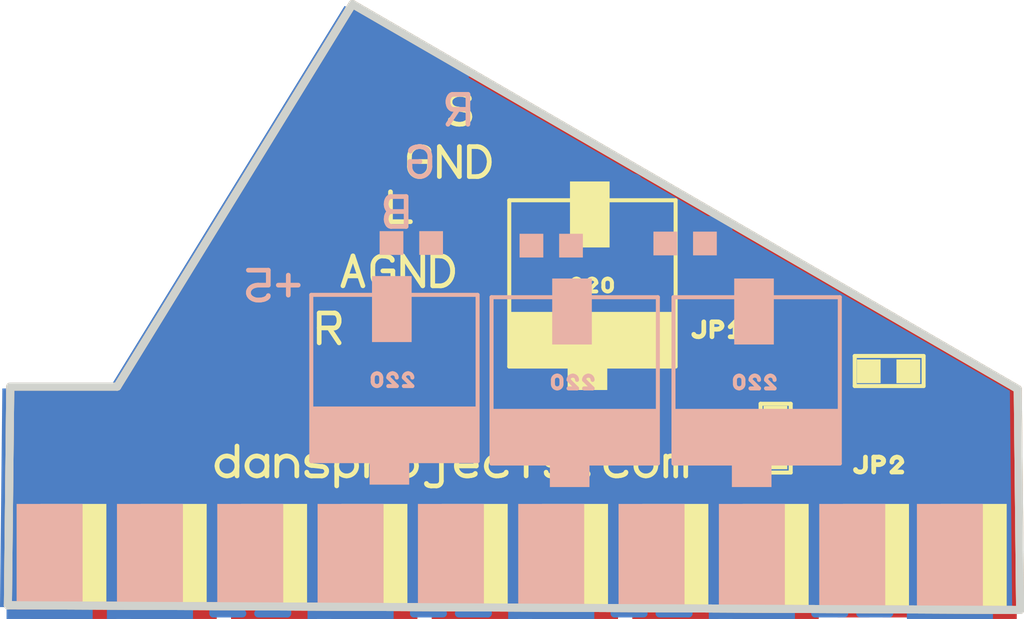
<source format=kicad_pcb>
(kicad_pcb (version 4) (generator gerbview)

  (layers 
    (0 F.Cu signal)
    (31 B.Cu signal)
    (32 B.Adhes user)
    (33 F.Adhes user)
    (34 B.Paste user)
    (35 F.Paste user)
    (36 B.SilkS user)
    (37 F.SilkS user)
    (38 B.Mask user)
    (39 F.Mask user)
    (40 Dwgs.User user)
    (41 Cmts.User user)
    (42 Eco1.User user)
    (43 Eco2.User user)
    (44 Edge.Cuts user)
  )

(gr_line (start 38.24986 -8.18896) (end 38.33876 0.18034) (layer Edge.Cuts) (width 0.3048))
(gr_line (start 38.33876 0.18034) (end 0 0) (layer Edge.Cuts) (width 0.3048))
(gr_line (start 0 0) (end 0.0889 -8.2804) (layer Edge.Cuts) (width 0.3048))
(gr_line (start 0.0889 -8.2804) (end 4.1402 -8.2804) (layer Edge.Cuts) (width 0.3048))
(gr_line (start 4.1402 -8.2804) (end 13.05052 -22.7711) (layer Edge.Cuts) (width 0.3048))
(gr_line (start 13.05052 -22.7711) (end 38.24986 -8.18896) (layer Edge.Cuts) (width 0.3048))
(gr_poly (pts  (xy 18.97888 -11.10996) (xy 25.28062 -11.10996) (xy 25.28062 -9.03986)
 (xy 18.97888 -9.03986))(layer F.SilkS) (width 0) )
(gr_line (start 27.88158 -5.66166) (end 27.71902 -5.82422) (layer F.SilkS) (width 0.1524))
(gr_line (start 27.71902 -5.82422) (end 28.2067 -5.82422) (layer F.SilkS) (width 0.1524))
(gr_line (start 28.2067 -5.66166) (end 28.2067 -5.98678) (layer F.SilkS) (width 0.1524))
(gr_line (start 27.96286 -6.4135) (end 27.9654 -6.44906) (layer F.SilkS) (width 0.1524))
(gr_line (start 27.9654 -6.44906) (end 27.97302 -6.47954) (layer F.SilkS) (width 0.1524))
(gr_line (start 27.97302 -6.47954) (end 27.98572 -6.51002) (layer F.SilkS) (width 0.1524))
(gr_line (start 27.98572 -6.51002) (end 28.0035 -6.53542) (layer F.SilkS) (width 0.1524))
(gr_line (start 28.0035 -6.53542) (end 28.02636 -6.55574) (layer F.SilkS) (width 0.1524))
(gr_line (start 28.02636 -6.55574) (end 28.04922 -6.56844) (layer F.SilkS) (width 0.1524))
(gr_line (start 28.04922 -6.56844) (end 28.08478 -6.57606) (layer F.SilkS) (width 0.1524))
(gr_line (start 28.08478 -6.57606) (end 28.11018 -6.57098) (layer F.SilkS) (width 0.1524))
(gr_line (start 28.11018 -6.57098) (end 28.13558 -6.56082) (layer F.SilkS) (width 0.1524))
(gr_line (start 28.13558 -6.56082) (end 28.1559 -6.54304) (layer F.SilkS) (width 0.1524))
(gr_line (start 28.1559 -6.54304) (end 28.17622 -6.52018) (layer F.SilkS) (width 0.1524))
(gr_line (start 28.17622 -6.52018) (end 28.19146 -6.49224) (layer F.SilkS) (width 0.1524))
(gr_line (start 28.19146 -6.49224) (end 28.20162 -6.45922) (layer F.SilkS) (width 0.1524))
(gr_line (start 28.20162 -6.45922) (end 28.2067 -6.4135) (layer F.SilkS) (width 0.1524))
(gr_line (start 28.2067 -6.4135) (end 28.20416 -6.38048) (layer F.SilkS) (width 0.1524))
(gr_line (start 28.20416 -6.38048) (end 28.194 -6.34746) (layer F.SilkS) (width 0.1524))
(gr_line (start 28.194 -6.34746) (end 28.1813 -6.31698) (layer F.SilkS) (width 0.1524))
(gr_line (start 28.1813 -6.31698) (end 28.16352 -6.29158) (layer F.SilkS) (width 0.1524))
(gr_line (start 28.16352 -6.29158) (end 28.1432 -6.27126) (layer F.SilkS) (width 0.1524))
(gr_line (start 28.1432 -6.27126) (end 28.12034 -6.25856) (layer F.SilkS) (width 0.1524))
(gr_line (start 28.12034 -6.25856) (end 28.08478 -6.25094) (layer F.SilkS) (width 0.1524))
(gr_line (start 28.08478 -6.25094) (end 28.05938 -6.25602) (layer F.SilkS) (width 0.1524))
(gr_line (start 28.05938 -6.25602) (end 28.03398 -6.26618) (layer F.SilkS) (width 0.1524))
(gr_line (start 28.03398 -6.26618) (end 28.01112 -6.28396) (layer F.SilkS) (width 0.1524))
(gr_line (start 28.01112 -6.28396) (end 27.99334 -6.30682) (layer F.SilkS) (width 0.1524))
(gr_line (start 27.99334 -6.30682) (end 27.9781 -6.33476) (layer F.SilkS) (width 0.1524))
(gr_line (start 27.9781 -6.33476) (end 27.96794 -6.36778) (layer F.SilkS) (width 0.1524))
(gr_line (start 27.96794 -6.36778) (end 27.96286 -6.4135) (layer F.SilkS) (width 0.1524))
(gr_line (start 27.71902 -6.4135) (end 27.72156 -6.44906) (layer F.SilkS) (width 0.1524))
(gr_line (start 27.72156 -6.44906) (end 27.73172 -6.47954) (layer F.SilkS) (width 0.1524))
(gr_line (start 27.73172 -6.47954) (end 27.74442 -6.51002) (layer F.SilkS) (width 0.1524))
(gr_line (start 27.74442 -6.51002) (end 27.7622 -6.53542) (layer F.SilkS) (width 0.1524))
(gr_line (start 27.7622 -6.53542) (end 27.78252 -6.55574) (layer F.SilkS) (width 0.1524))
(gr_line (start 27.78252 -6.55574) (end 27.80538 -6.56844) (layer F.SilkS) (width 0.1524))
(gr_line (start 27.80538 -6.56844) (end 27.84094 -6.57606) (layer F.SilkS) (width 0.1524))
(gr_line (start 27.84094 -6.57606) (end 27.86634 -6.57098) (layer F.SilkS) (width 0.1524))
(gr_line (start 27.86634 -6.57098) (end 27.89174 -6.56082) (layer F.SilkS) (width 0.1524))
(gr_line (start 27.89174 -6.56082) (end 27.9146 -6.54304) (layer F.SilkS) (width 0.1524))
(gr_line (start 27.9146 -6.54304) (end 27.93238 -6.52018) (layer F.SilkS) (width 0.1524))
(gr_line (start 27.93238 -6.52018) (end 27.94762 -6.49224) (layer F.SilkS) (width 0.1524))
(gr_line (start 27.94762 -6.49224) (end 27.95778 -6.45922) (layer F.SilkS) (width 0.1524))
(gr_line (start 27.95778 -6.45922) (end 27.96286 -6.4135) (layer F.SilkS) (width 0.1524))
(gr_line (start 27.96286 -6.4135) (end 27.96032 -6.38048) (layer F.SilkS) (width 0.1524))
(gr_line (start 27.96032 -6.38048) (end 27.9527 -6.34746) (layer F.SilkS) (width 0.1524))
(gr_line (start 27.9527 -6.34746) (end 27.94 -6.31698) (layer F.SilkS) (width 0.1524))
(gr_line (start 27.94 -6.31698) (end 27.92222 -6.29158) (layer F.SilkS) (width 0.1524))
(gr_line (start 27.92222 -6.29158) (end 27.89936 -6.27126) (layer F.SilkS) (width 0.1524))
(gr_line (start 27.89936 -6.27126) (end 27.8765 -6.25856) (layer F.SilkS) (width 0.1524))
(gr_line (start 27.8765 -6.25856) (end 27.84094 -6.25094) (layer F.SilkS) (width 0.1524))
(gr_line (start 27.84094 -6.25094) (end 27.81554 -6.25602) (layer F.SilkS) (width 0.1524))
(gr_line (start 27.81554 -6.25602) (end 27.79014 -6.26618) (layer F.SilkS) (width 0.1524))
(gr_line (start 27.79014 -6.26618) (end 27.76982 -6.28396) (layer F.SilkS) (width 0.1524))
(gr_line (start 27.76982 -6.28396) (end 27.7495 -6.30682) (layer F.SilkS) (width 0.1524))
(gr_line (start 27.7495 -6.30682) (end 27.73426 -6.33476) (layer F.SilkS) (width 0.1524))
(gr_line (start 27.73426 -6.33476) (end 27.7241 -6.36778) (layer F.SilkS) (width 0.1524))
(gr_line (start 27.7241 -6.36778) (end 27.71902 -6.4135) (layer F.SilkS) (width 0.1524))
(gr_arc (start 27.88158 -7.00532) (end 27.88158 -6.84276) (angle 89.10482629) (layer F.SilkS) (width 0.1524))
(gr_arc (start 27.88158 -7.00278) (end 27.71902 -7.00278) (angle 90) (layer F.SilkS) (width 0.1524))
(gr_line (start 27.88158 -7.16534) (end 28.04414 -7.16534) (layer F.SilkS) (width 0.1524))
(gr_arc (start 28.04414 -7.00278) (end 28.04414 -7.16534) (angle 90) (layer F.SilkS) (width 0.1524))
(gr_arc (start 28.04414 -7.00278) (end 28.2067 -7.00278) (angle 90) (layer F.SilkS) (width 0.1524))
(gr_line (start 28.04414 -6.84276) (end 27.88158 -6.84276) (layer F.SilkS) (width 0.1524))
(gr_arc (start 21.53666 -12.20724) (end 21.3741 -12.20724) (angle 90) (layer F.SilkS) (width 0.1524))
(gr_arc (start 21.53666 -12.20724) (end 21.53666 -12.3698) (angle 90) (layer F.SilkS) (width 0.1524))
(gr_line (start 21.69668 -12.20724) (end 21.3741 -11.88466) (layer F.SilkS) (width 0.1524))
(gr_line (start 21.3741 -11.88466) (end 21.69668 -11.88466) (layer F.SilkS) (width 0.1524))
(gr_arc (start 22.12594 -12.20724) (end 21.96338 -12.20724) (angle 90) (layer F.SilkS) (width 0.1524))
(gr_arc (start 22.12594 -12.20724) (end 22.12594 -12.3698) (angle 90) (layer F.SilkS) (width 0.1524))
(gr_line (start 22.28596 -12.20724) (end 21.96338 -11.88466) (layer F.SilkS) (width 0.1524))
(gr_line (start 21.96338 -11.88466) (end 22.28596 -11.88466) (layer F.SilkS) (width 0.1524))
(gr_arc (start 22.71522 -12.20724) (end 22.55266 -12.20724) (angle 90) (layer F.SilkS) (width 0.1524))
(gr_arc (start 22.71522 -12.20724) (end 22.71522 -12.3698) (angle 90) (layer F.SilkS) (width 0.1524))
(gr_line (start 22.87778 -12.20724) (end 22.87778 -12.04722) (layer F.SilkS) (width 0.1524))
(gr_arc (start 22.71522 -12.04722) (end 22.87778 -12.04722) (angle 90) (layer F.SilkS) (width 0.1524))
(gr_arc (start 22.71522 -12.04722) (end 22.71522 -11.88466) (angle 90) (layer F.SilkS) (width 0.1524))
(gr_line (start 22.55266 -12.04722) (end 22.55266 -12.20724) (layer F.SilkS) (width 0.1524))
(gr_line (start 17.27708 -18.75536) (end 17.3101 -18.75282) (layer F.SilkS) (width 0.1778))
(gr_line (start 17.3101 -18.75282) (end 17.33804 -18.7452) (layer F.SilkS) (width 0.1778))
(gr_line (start 17.33804 -18.7452) (end 17.36852 -18.7325) (layer F.SilkS) (width 0.1778))
(gr_line (start 17.36852 -18.7325) (end 17.39646 -18.71472) (layer F.SilkS) (width 0.1778))
(gr_line (start 17.39646 -18.71472) (end 17.41932 -18.6944) (layer F.SilkS) (width 0.1778))
(gr_line (start 17.41932 -18.6944) (end 17.44218 -18.66646) (layer F.SilkS) (width 0.1778))
(gr_line (start 17.44218 -18.66646) (end 17.45996 -18.63852) (layer F.SilkS) (width 0.1778))
(gr_line (start 17.45996 -18.63852) (end 17.4752 -18.60804) (layer F.SilkS) (width 0.1778))
(gr_line (start 17.4752 -18.60804) (end 17.48536 -18.57248) (layer F.SilkS) (width 0.1778))
(gr_line (start 17.48536 -18.57248) (end 17.49298 -18.53692) (layer F.SilkS) (width 0.1778))
(gr_line (start 17.49298 -18.53692) (end 17.49552 -18.49882) (layer F.SilkS) (width 0.1778))
(gr_line (start 17.49552 -18.49882) (end 17.49298 -18.47088) (layer F.SilkS) (width 0.1778))
(gr_line (start 17.49298 -18.47088) (end 17.4879 -18.44548) (layer F.SilkS) (width 0.1778))
(gr_line (start 17.4879 -18.44548) (end 17.47774 -18.41754) (layer F.SilkS) (width 0.1778))
(gr_line (start 17.47774 -18.41754) (end 17.46504 -18.3896) (layer F.SilkS) (width 0.1778))
(gr_line (start 17.46504 -18.3896) (end 17.4498 -18.36674) (layer F.SilkS) (width 0.1778))
(gr_line (start 17.4498 -18.36674) (end 17.43202 -18.34134) (layer F.SilkS) (width 0.1778))
(gr_line (start 17.43202 -18.34134) (end 17.40916 -18.31848) (layer F.SilkS) (width 0.1778))
(gr_line (start 17.40916 -18.31848) (end 17.38376 -18.29816) (layer F.SilkS) (width 0.1778))
(gr_line (start 17.38376 -18.29816) (end 17.35582 -18.28038) (layer F.SilkS) (width 0.1778))
(gr_line (start 17.35582 -18.28038) (end 17.32534 -18.2626) (layer F.SilkS) (width 0.1778))
(gr_line (start 17.32534 -18.2626) (end 17.29232 -18.2499) (layer F.SilkS) (width 0.1778))
(gr_line (start 17.29232 -18.2499) (end 17.2593 -18.2372) (layer F.SilkS) (width 0.1778))
(gr_line (start 17.2593 -18.2372) (end 17.22374 -18.22704) (layer F.SilkS) (width 0.1778))
(gr_line (start 17.22374 -18.22704) (end 17.18818 -18.22196) (layer F.SilkS) (width 0.1778))
(gr_line (start 17.18818 -18.22196) (end 17.11706 -18.21688) (layer F.SilkS) (width 0.1778))
(gr_line (start 17.11706 -18.21688) (end 17.0815 -18.21688) (layer F.SilkS) (width 0.1778))
(gr_line (start 17.0815 -18.21688) (end 17.0434 -18.21942) (layer F.SilkS) (width 0.1778))
(gr_line (start 17.0434 -18.21942) (end 17.00784 -18.2245) (layer F.SilkS) (width 0.1778))
(gr_line (start 17.00784 -18.2245) (end 16.97228 -18.23212) (layer F.SilkS) (width 0.1778))
(gr_line (start 16.97228 -18.23212) (end 16.93926 -18.23974) (layer F.SilkS) (width 0.1778))
(gr_line (start 16.93926 -18.23974) (end 16.90878 -18.2499) (layer F.SilkS) (width 0.1778))
(gr_line (start 16.90878 -18.2499) (end 16.8783 -18.26006) (layer F.SilkS) (width 0.1778))
(gr_line (start 16.8783 -18.26006) (end 16.8529 -18.27276) (layer F.SilkS) (width 0.1778))
(gr_line (start 16.8529 -18.27276) (end 16.83004 -18.28546) (layer F.SilkS) (width 0.1778))
(gr_line (start 16.83004 -18.28546) (end 16.80972 -18.3007) (layer F.SilkS) (width 0.1778))
(gr_line (start 16.80972 -18.3007) (end 16.79194 -18.31594) (layer F.SilkS) (width 0.1778))
(gr_line (start 16.79194 -18.31594) (end 16.7767 -18.33372) (layer F.SilkS) (width 0.1778))
(gr_line (start 16.7767 -18.33372) (end 16.76654 -18.34896) (layer F.SilkS) (width 0.1778))
(gr_line (start 16.76654 -18.34896) (end 16.76146 -18.36674) (layer F.SilkS) (width 0.1778))
(gr_line (start 16.76146 -18.36674) (end 16.75892 -18.38706) (layer F.SilkS) (width 0.1778))
(gr_line (start 17.27708 -18.75536) (end 17.02308 -18.80108) (layer F.SilkS) (width 0.1778))
(gr_line (start 17.02308 -18.80108) (end 16.98752 -18.80362) (layer F.SilkS) (width 0.1778))
(gr_line (start 16.98752 -18.80362) (end 16.95196 -18.81124) (layer F.SilkS) (width 0.1778))
(gr_line (start 16.95196 -18.81124) (end 16.9164 -18.8214) (layer F.SilkS) (width 0.1778))
(gr_line (start 16.9164 -18.8214) (end 16.88338 -18.83664) (layer F.SilkS) (width 0.1778))
(gr_line (start 16.88338 -18.83664) (end 16.8529 -18.85442) (layer F.SilkS) (width 0.1778))
(gr_line (start 16.8529 -18.85442) (end 16.82496 -18.87728) (layer F.SilkS) (width 0.1778))
(gr_line (start 16.82496 -18.87728) (end 16.79956 -18.90268) (layer F.SilkS) (width 0.1778))
(gr_line (start 16.79956 -18.90268) (end 16.77924 -18.93062) (layer F.SilkS) (width 0.1778))
(gr_line (start 16.77924 -18.93062) (end 16.764 -18.9611) (layer F.SilkS) (width 0.1778))
(gr_line (start 16.764 -18.9611) (end 16.7513 -18.99412) (layer F.SilkS) (width 0.1778))
(gr_line (start 16.7513 -18.99412) (end 16.74368 -19.02714) (layer F.SilkS) (width 0.1778))
(gr_line (start 16.74368 -19.02714) (end 16.74114 -19.06778) (layer F.SilkS) (width 0.1778))
(gr_line (start 16.74114 -19.06778) (end 16.74114 -19.09572) (layer F.SilkS) (width 0.1778))
(gr_line (start 16.74114 -19.09572) (end 16.74622 -19.12366) (layer F.SilkS) (width 0.1778))
(gr_line (start 16.74622 -19.12366) (end 16.75638 -19.14906) (layer F.SilkS) (width 0.1778))
(gr_line (start 16.75638 -19.14906) (end 16.76908 -19.177) (layer F.SilkS) (width 0.1778))
(gr_line (start 16.76908 -19.177) (end 16.78432 -19.2024) (layer F.SilkS) (width 0.1778))
(gr_line (start 16.78432 -19.2024) (end 16.80464 -19.22526) (layer F.SilkS) (width 0.1778))
(gr_line (start 16.80464 -19.22526) (end 16.8275 -19.24812) (layer F.SilkS) (width 0.1778))
(gr_line (start 16.8275 -19.24812) (end 16.8529 -19.26844) (layer F.SilkS) (width 0.1778))
(gr_line (start 16.8529 -19.26844) (end 16.88084 -19.28622) (layer F.SilkS) (width 0.1778))
(gr_line (start 16.88084 -19.28622) (end 16.91132 -19.304) (layer F.SilkS) (width 0.1778))
(gr_line (start 16.91132 -19.304) (end 16.9418 -19.3167) (layer F.SilkS) (width 0.1778))
(gr_line (start 16.9418 -19.3167) (end 16.97736 -19.3294) (layer F.SilkS) (width 0.1778))
(gr_line (start 16.97736 -19.3294) (end 17.01292 -19.33956) (layer F.SilkS) (width 0.1778))
(gr_line (start 17.01292 -19.33956) (end 17.04848 -19.34464) (layer F.SilkS) (width 0.1778))
(gr_line (start 17.04848 -19.34464) (end 17.11706 -19.34972) (layer F.SilkS) (width 0.1778))
(gr_line (start 17.11706 -19.34972) (end 17.15516 -19.34972) (layer F.SilkS) (width 0.1778))
(gr_line (start 17.15516 -19.34972) (end 17.19072 -19.34718) (layer F.SilkS) (width 0.1778))
(gr_line (start 17.19072 -19.34718) (end 17.22882 -19.3421) (layer F.SilkS) (width 0.1778))
(gr_line (start 17.22882 -19.3421) (end 17.26184 -19.33448) (layer F.SilkS) (width 0.1778))
(gr_line (start 17.26184 -19.33448) (end 17.29486 -19.32686) (layer F.SilkS) (width 0.1778))
(gr_line (start 17.29486 -19.32686) (end 17.32788 -19.31924) (layer F.SilkS) (width 0.1778))
(gr_line (start 17.32788 -19.31924) (end 17.35582 -19.30654) (layer F.SilkS) (width 0.1778))
(gr_line (start 17.35582 -19.30654) (end 17.38376 -19.29384) (layer F.SilkS) (width 0.1778))
(gr_line (start 17.38376 -19.29384) (end 17.40662 -19.28114) (layer F.SilkS) (width 0.1778))
(gr_line (start 17.40662 -19.28114) (end 17.42694 -19.2659) (layer F.SilkS) (width 0.1778))
(gr_line (start 17.42694 -19.2659) (end 17.44472 -19.25066) (layer F.SilkS) (width 0.1778))
(gr_line (start 17.44472 -19.25066) (end 17.45742 -19.23542) (layer F.SilkS) (width 0.1778))
(gr_line (start 17.45742 -19.23542) (end 17.46758 -19.21764) (layer F.SilkS) (width 0.1778))
(gr_line (start 17.46758 -19.21764) (end 17.4752 -19.19986) (layer F.SilkS) (width 0.1778))
(gr_line (start 17.4752 -19.19986) (end 17.47774 -19.17954) (layer F.SilkS) (width 0.1778))
(gr_line (start 15.58798 -16.80464) (end 15.96644 -16.80464) (layer F.SilkS) (width 0.1778))
(gr_line (start 15.96644 -16.80464) (end 15.96644 -16.61414) (layer F.SilkS) (width 0.1778))
(gr_arc (start 15.58798 -16.61414) (end 15.96644 -16.61414) (angle 90) (layer F.SilkS) (width 0.1778))
(gr_arc (start 15.58798 -16.61414) (end 15.58798 -16.23568) (angle 90) (layer F.SilkS) (width 0.1778))
(gr_line (start 15.20952 -16.61414) (end 15.20952 -16.9926) (layer F.SilkS) (width 0.1778))
(gr_arc (start 15.58798 -16.9926) (end 15.20952 -16.9926) (angle 90) (layer F.SilkS) (width 0.1778))
(gr_line (start 15.58798 -17.37106) (end 15.62608 -17.36852) (layer F.SilkS) (width 0.1778))
(gr_line (start 15.62608 -17.36852) (end 15.66164 -17.36598) (layer F.SilkS) (width 0.1778))
(gr_line (start 15.66164 -17.36598) (end 15.6972 -17.3609) (layer F.SilkS) (width 0.1778))
(gr_line (start 15.6972 -17.3609) (end 15.73276 -17.35582) (layer F.SilkS) (width 0.1778))
(gr_line (start 15.73276 -17.35582) (end 15.76578 -17.3482) (layer F.SilkS) (width 0.1778))
(gr_line (start 15.76578 -17.3482) (end 15.79626 -17.33804) (layer F.SilkS) (width 0.1778))
(gr_line (start 15.79626 -17.33804) (end 15.82674 -17.32788) (layer F.SilkS) (width 0.1778))
(gr_line (start 15.82674 -17.32788) (end 15.85214 -17.31518) (layer F.SilkS) (width 0.1778))
(gr_line (start 15.85214 -17.31518) (end 15.87754 -17.29994) (layer F.SilkS) (width 0.1778))
(gr_line (start 15.87754 -17.29994) (end 15.89786 -17.28724) (layer F.SilkS) (width 0.1778))
(gr_line (start 15.89786 -17.28724) (end 15.9131 -17.26946) (layer F.SilkS) (width 0.1778))
(gr_line (start 15.9131 -17.26946) (end 15.92834 -17.25422) (layer F.SilkS) (width 0.1778))
(gr_line (start 15.92834 -17.25422) (end 15.9385 -17.23644) (layer F.SilkS) (width 0.1778))
(gr_line (start 15.9385 -17.23644) (end 15.94358 -17.21866) (layer F.SilkS) (width 0.1778))
(gr_line (start 15.94358 -17.21866) (end 15.94612 -17.20088) (layer F.SilkS) (width 0.1778))
(gr_line (start 16.34236 -16.23568) (end 16.34236 -17.37106) (layer F.SilkS) (width 0.1778))
(gr_line (start 16.34236 -17.37106) (end 17.09928 -16.23568) (layer F.SilkS) (width 0.1778))
(gr_line (start 17.09928 -16.23568) (end 17.09928 -17.37106) (layer F.SilkS) (width 0.1778))
(gr_line (start 17.47774 -17.37106) (end 17.75968 -17.37106) (layer F.SilkS) (width 0.1778))
(gr_line (start 17.75968 -17.37106) (end 17.7927 -17.36852) (layer F.SilkS) (width 0.1778))
(gr_line (start 17.7927 -17.36852) (end 17.82318 -17.36598) (layer F.SilkS) (width 0.1778))
(gr_line (start 17.82318 -17.36598) (end 17.85366 -17.35836) (layer F.SilkS) (width 0.1778))
(gr_line (start 17.85366 -17.35836) (end 17.88668 -17.35074) (layer F.SilkS) (width 0.1778))
(gr_line (start 17.88668 -17.35074) (end 17.91716 -17.33804) (layer F.SilkS) (width 0.1778))
(gr_line (start 17.91716 -17.33804) (end 17.9451 -17.32534) (layer F.SilkS) (width 0.1778))
(gr_line (start 17.9451 -17.32534) (end 17.97558 -17.30756) (layer F.SilkS) (width 0.1778))
(gr_line (start 17.97558 -17.30756) (end 18.00098 -17.28978) (layer F.SilkS) (width 0.1778))
(gr_line (start 18.00098 -17.28978) (end 18.02892 -17.26946) (layer F.SilkS) (width 0.1778))
(gr_line (start 18.02892 -17.26946) (end 18.05432 -17.2466) (layer F.SilkS) (width 0.1778))
(gr_line (start 18.05432 -17.2466) (end 18.07972 -17.2212) (layer F.SilkS) (width 0.1778))
(gr_line (start 18.07972 -17.2212) (end 18.10258 -17.1958) (layer F.SilkS) (width 0.1778))
(gr_line (start 18.10258 -17.1958) (end 18.1229 -17.16532) (layer F.SilkS) (width 0.1778))
(gr_line (start 18.1229 -17.16532) (end 18.14322 -17.13484) (layer F.SilkS) (width 0.1778))
(gr_line (start 18.14322 -17.13484) (end 18.161 -17.10436) (layer F.SilkS) (width 0.1778))
(gr_line (start 18.161 -17.10436) (end 18.17624 -17.07134) (layer F.SilkS) (width 0.1778))
(gr_line (start 18.17624 -17.07134) (end 18.18894 -17.03832) (layer F.SilkS) (width 0.1778))
(gr_line (start 18.18894 -17.03832) (end 18.20164 -17.00276) (layer F.SilkS) (width 0.1778))
(gr_line (start 18.20164 -17.00276) (end 18.2118 -16.96466) (layer F.SilkS) (width 0.1778))
(gr_line (start 18.2118 -16.96466) (end 18.21942 -16.9291) (layer F.SilkS) (width 0.1778))
(gr_line (start 18.21942 -16.9291) (end 18.22704 -16.891) (layer F.SilkS) (width 0.1778))
(gr_line (start 18.22704 -16.891) (end 18.22958 -16.8529) (layer F.SilkS) (width 0.1778))
(gr_line (start 18.22958 -16.8529) (end 18.23212 -16.80464) (layer F.SilkS) (width 0.1778))
(gr_line (start 18.23212 -16.80464) (end 18.23212 -16.764) (layer F.SilkS) (width 0.1778))
(gr_line (start 18.23212 -16.764) (end 18.22704 -16.72844) (layer F.SilkS) (width 0.1778))
(gr_line (start 18.22704 -16.72844) (end 18.22196 -16.69034) (layer F.SilkS) (width 0.1778))
(gr_line (start 18.22196 -16.69034) (end 18.21434 -16.65224) (layer F.SilkS) (width 0.1778))
(gr_line (start 18.21434 -16.65224) (end 18.20418 -16.61668) (layer F.SilkS) (width 0.1778))
(gr_line (start 18.20418 -16.61668) (end 18.19402 -16.58112) (layer F.SilkS) (width 0.1778))
(gr_line (start 18.19402 -16.58112) (end 18.18132 -16.54556) (layer F.SilkS) (width 0.1778))
(gr_line (start 18.18132 -16.54556) (end 18.16608 -16.51254) (layer F.SilkS) (width 0.1778))
(gr_line (start 18.16608 -16.51254) (end 18.1483 -16.47952) (layer F.SilkS) (width 0.1778))
(gr_line (start 18.1483 -16.47952) (end 18.12798 -16.44904) (layer F.SilkS) (width 0.1778))
(gr_line (start 18.12798 -16.44904) (end 18.10766 -16.4211) (layer F.SilkS) (width 0.1778))
(gr_line (start 18.10766 -16.4211) (end 18.0848 -16.39316) (layer F.SilkS) (width 0.1778))
(gr_line (start 18.0848 -16.39316) (end 18.06194 -16.36776) (layer F.SilkS) (width 0.1778))
(gr_line (start 18.06194 -16.36776) (end 18.03654 -16.3449) (layer F.SilkS) (width 0.1778))
(gr_line (start 18.03654 -16.3449) (end 18.01114 -16.32204) (layer F.SilkS) (width 0.1778))
(gr_line (start 18.01114 -16.32204) (end 17.9832 -16.30426) (layer F.SilkS) (width 0.1778))
(gr_line (start 17.9832 -16.30426) (end 17.95526 -16.28648) (layer F.SilkS) (width 0.1778))
(gr_line (start 17.95526 -16.28648) (end 17.92478 -16.27378) (layer F.SilkS) (width 0.1778))
(gr_line (start 17.92478 -16.27378) (end 17.8943 -16.26108) (layer F.SilkS) (width 0.1778))
(gr_line (start 17.8943 -16.26108) (end 17.86382 -16.25092) (layer F.SilkS) (width 0.1778))
(gr_line (start 17.86382 -16.25092) (end 17.83334 -16.2433) (layer F.SilkS) (width 0.1778))
(gr_line (start 17.83334 -16.2433) (end 17.80032 -16.23822) (layer F.SilkS) (width 0.1778))
(gr_line (start 17.80032 -16.23822) (end 17.75968 -16.23568) (layer F.SilkS) (width 0.1778))
(gr_line (start 17.75968 -16.23568) (end 17.47774 -16.23568) (layer F.SilkS) (width 0.1778))
(gr_line (start 17.47774 -16.23568) (end 17.47774 -17.37106) (layer F.SilkS) (width 0.1778))
(gr_arc (start 8.29818 -5.27558) (end 7.91972 -5.27558) (angle 90) (layer F.SilkS) (width 0.1778))
(gr_arc (start 8.29818 -5.27304) (end 8.29818 -5.6515) (angle 89.61547034) (layer F.SilkS) (width 0.1778))
(gr_arc (start 8.29818 -5.27558) (end 8.67664 -5.27558) (angle 90) (layer F.SilkS) (width 0.1778))
(gr_arc (start 8.29818 -5.27558) (end 8.29818 -4.89712) (angle 90) (layer F.SilkS) (width 0.1778))
(gr_line (start 8.67664 -6.02996) (end 8.67664 -4.89712) (layer F.SilkS) (width 0.1778))
(gr_arc (start 9.43102 -5.27558) (end 9.05256 -5.27558) (angle 90) (layer F.SilkS) (width 0.1778))
(gr_arc (start 9.43102 -5.27304) (end 9.43102 -5.6515) (angle 89.61547034) (layer F.SilkS) (width 0.1778))
(gr_arc (start 9.43102 -5.27558) (end 9.80948 -5.27558) (angle 90) (layer F.SilkS) (width 0.1778))
(gr_arc (start 9.43102 -5.27558) (end 9.43102 -4.89712) (angle 90) (layer F.SilkS) (width 0.1778))
(gr_line (start 9.80948 -5.6515) (end 9.80948 -4.89712) (layer F.SilkS) (width 0.1778))
(gr_arc (start 10.56386 -5.27558) (end 10.1854 -5.27558) (angle 90) (layer F.SilkS) (width 0.1778))
(gr_arc (start 10.56386 -5.27304) (end 10.56386 -5.6515) (angle 89.61547034) (layer F.SilkS) (width 0.1778))
(gr_line (start 10.94232 -5.27558) (end 10.94232 -4.89712) (layer F.SilkS) (width 0.1778))
(gr_line (start 10.1854 -5.6515) (end 10.1854 -4.89712) (layer F.SilkS) (width 0.1778))
(gr_line (start 11.86688 -5.25526) (end 11.90244 -5.25272) (layer F.SilkS) (width 0.1778))
(gr_line (start 11.90244 -5.25272) (end 11.938 -5.2451) (layer F.SilkS) (width 0.1778))
(gr_line (start 11.938 -5.2451) (end 11.96848 -5.23494) (layer F.SilkS) (width 0.1778))
(gr_line (start 11.96848 -5.23494) (end 11.99896 -5.21716) (layer F.SilkS) (width 0.1778))
(gr_line (start 11.99896 -5.21716) (end 12.02436 -5.19684) (layer F.SilkS) (width 0.1778))
(gr_line (start 12.02436 -5.19684) (end 12.04468 -5.17398) (layer F.SilkS) (width 0.1778))
(gr_line (start 12.04468 -5.17398) (end 12.05992 -5.14858) (layer F.SilkS) (width 0.1778))
(gr_line (start 12.05992 -5.14858) (end 12.07008 -5.12064) (layer F.SilkS) (width 0.1778))
(gr_line (start 12.07008 -5.12064) (end 12.07516 -5.08508) (layer F.SilkS) (width 0.1778))
(gr_arc (start 11.8872 -5.08508) (end 12.07516 -5.08508) (angle 90) (layer F.SilkS) (width 0.1778))
(gr_line (start 11.8872 -4.89712) (end 11.50874 -4.89712) (layer F.SilkS) (width 0.1778))
(gr_line (start 11.50874 -4.89712) (end 11.47318 -4.89966) (layer F.SilkS) (width 0.1778))
(gr_line (start 11.47318 -4.89966) (end 11.44016 -4.90728) (layer F.SilkS) (width 0.1778))
(gr_line (start 11.44016 -4.90728) (end 11.40968 -4.91744) (layer F.SilkS) (width 0.1778))
(gr_line (start 11.40968 -4.91744) (end 11.38174 -4.93522) (layer F.SilkS) (width 0.1778))
(gr_line (start 11.38174 -4.93522) (end 11.35634 -4.953) (layer F.SilkS) (width 0.1778))
(gr_line (start 11.35634 -4.953) (end 11.33856 -4.97586) (layer F.SilkS) (width 0.1778))
(gr_line (start 11.33856 -4.97586) (end 11.32586 -5.00126) (layer F.SilkS) (width 0.1778))
(gr_line (start 11.32586 -5.00126) (end 11.32078 -5.03936) (layer F.SilkS) (width 0.1778))
(gr_line (start 11.52652 -5.29336) (end 11.49096 -5.2959) (layer F.SilkS) (width 0.1778))
(gr_line (start 11.49096 -5.2959) (end 11.45794 -5.30352) (layer F.SilkS) (width 0.1778))
(gr_line (start 11.45794 -5.30352) (end 11.42492 -5.31622) (layer F.SilkS) (width 0.1778))
(gr_line (start 11.42492 -5.31622) (end 11.39698 -5.33146) (layer F.SilkS) (width 0.1778))
(gr_line (start 11.39698 -5.33146) (end 11.37158 -5.35178) (layer F.SilkS) (width 0.1778))
(gr_line (start 11.37158 -5.35178) (end 11.34872 -5.37464) (layer F.SilkS) (width 0.1778))
(gr_line (start 11.34872 -5.37464) (end 11.33348 -5.40258) (layer F.SilkS) (width 0.1778))
(gr_line (start 11.33348 -5.40258) (end 11.32332 -5.43052) (layer F.SilkS) (width 0.1778))
(gr_line (start 11.32332 -5.43052) (end 11.32078 -5.46354) (layer F.SilkS) (width 0.1778))
(gr_arc (start 11.50874 -5.46354) (end 11.32078 -5.46354) (angle 90) (layer F.SilkS) (width 0.1778))
(gr_line (start 11.50874 -5.6515) (end 11.8872 -5.6515) (layer F.SilkS) (width 0.1778))
(gr_line (start 11.8872 -5.6515) (end 11.92022 -5.64896) (layer F.SilkS) (width 0.1778))
(gr_line (start 11.92022 -5.64896) (end 11.95578 -5.64134) (layer F.SilkS) (width 0.1778))
(gr_line (start 11.95578 -5.64134) (end 11.98626 -5.63118) (layer F.SilkS) (width 0.1778))
(gr_line (start 11.98626 -5.63118) (end 12.0142 -5.61594) (layer F.SilkS) (width 0.1778))
(gr_line (start 12.0142 -5.61594) (end 12.03706 -5.59562) (layer F.SilkS) (width 0.1778))
(gr_line (start 12.03706 -5.59562) (end 12.05738 -5.57276) (layer F.SilkS) (width 0.1778))
(gr_line (start 12.05738 -5.57276) (end 12.06754 -5.54736) (layer F.SilkS) (width 0.1778))
(gr_line (start 12.06754 -5.54736) (end 12.07516 -5.5118) (layer F.SilkS) (width 0.1778))
(gr_line (start 11.52652 -5.29336) (end 11.86688 -5.25526) (layer F.SilkS) (width 0.1778))
(gr_arc (start 12.83208 -5.27558) (end 12.45362 -5.27558) (angle 89.61287225) (layer F.SilkS) (width 0.1778))
(gr_arc (start 12.82954 -5.27304) (end 12.82954 -5.6515) (angle 89.61547034) (layer F.SilkS) (width 0.1778))
(gr_arc (start 12.82954 -5.27558) (end 13.208 -5.27558) (angle 90) (layer F.SilkS) (width 0.1778))
(gr_arc (start 12.82954 -5.27558) (end 12.82954 -4.89712) (angle 90) (layer F.SilkS) (width 0.1778))
(gr_line (start 12.45362 -5.6515) (end 12.45362 -4.51866) (layer F.SilkS) (width 0.1778))
(gr_arc (start 13.96492 -5.27558) (end 13.58646 -5.27558) (angle 90) (layer F.SilkS) (width 0.1778))
(gr_line (start 13.96492 -5.6515) (end 14.00048 -5.6515) (layer F.SilkS) (width 0.1778))
(gr_line (start 14.00048 -5.6515) (end 14.03858 -5.64896) (layer F.SilkS) (width 0.1778))
(gr_line (start 14.03858 -5.64896) (end 14.07414 -5.64388) (layer F.SilkS) (width 0.1778))
(gr_line (start 14.07414 -5.64388) (end 14.1097 -5.6388) (layer F.SilkS) (width 0.1778))
(gr_line (start 14.1097 -5.6388) (end 14.14272 -5.62864) (layer F.SilkS) (width 0.1778))
(gr_line (start 14.14272 -5.62864) (end 14.17574 -5.62102) (layer F.SilkS) (width 0.1778))
(gr_line (start 14.17574 -5.62102) (end 14.20622 -5.60832) (layer F.SilkS) (width 0.1778))
(gr_line (start 14.20622 -5.60832) (end 14.23162 -5.59562) (layer F.SilkS) (width 0.1778))
(gr_line (start 14.23162 -5.59562) (end 14.25702 -5.58292) (layer F.SilkS) (width 0.1778))
(gr_line (start 14.25702 -5.58292) (end 14.27988 -5.56768) (layer F.SilkS) (width 0.1778))
(gr_line (start 14.27988 -5.56768) (end 14.29766 -5.5499) (layer F.SilkS) (width 0.1778))
(gr_line (start 14.29766 -5.5499) (end 14.31544 -5.53466) (layer F.SilkS) (width 0.1778))
(gr_line (start 14.31544 -5.53466) (end 14.3256 -5.51688) (layer F.SilkS) (width 0.1778))
(gr_line (start 14.3256 -5.51688) (end 14.33576 -5.4991) (layer F.SilkS) (width 0.1778))
(gr_line (start 14.33576 -5.4991) (end 14.34084 -5.46354) (layer F.SilkS) (width 0.1778))
(gr_line (start 13.58646 -5.6515) (end 13.58646 -4.89712) (layer F.SilkS) (width 0.1778))
(gr_arc (start 15.09776 -5.27558) (end 14.7193 -5.27558) (angle 90) (layer F.SilkS) (width 0.1778))
(gr_arc (start 15.09776 -5.27304) (end 15.09776 -5.6515) (angle 89.61547034) (layer F.SilkS) (width 0.1778))
(gr_arc (start 15.09776 -5.27558) (end 15.47622 -5.27558) (angle 90) (layer F.SilkS) (width 0.1778))
(gr_arc (start 15.09776 -5.27558) (end 15.09776 -4.89712) (angle 90) (layer F.SilkS) (width 0.1778))
(gr_line (start 16.41856 -5.6515) (end 16.41856 -4.70662) (layer F.SilkS) (width 0.1778))
(gr_arc (start 16.2306 -4.70662) (end 16.41856 -4.70662) (angle 90) (layer F.SilkS) (width 0.1778))
(gr_line (start 16.2306 -4.51866) (end 16.04264 -4.51866) (layer F.SilkS) (width 0.1778))
(gr_line (start 16.04264 -4.51866) (end 16.00708 -4.5212) (layer F.SilkS) (width 0.1778))
(gr_line (start 16.00708 -4.5212) (end 15.97406 -4.52628) (layer F.SilkS) (width 0.1778))
(gr_line (start 15.97406 -4.52628) (end 15.94104 -4.5339) (layer F.SilkS) (width 0.1778))
(gr_line (start 15.94104 -4.5339) (end 15.9131 -4.54406) (layer F.SilkS) (width 0.1778))
(gr_line (start 15.9131 -4.54406) (end 15.89024 -4.55676) (layer F.SilkS) (width 0.1778))
(gr_line (start 15.89024 -4.55676) (end 15.87246 -4.572) (layer F.SilkS) (width 0.1778))
(gr_line (start 15.87246 -4.572) (end 15.85976 -4.58724) (layer F.SilkS) (width 0.1778))
(gr_line (start 15.85976 -4.58724) (end 15.85214 -4.61264) (layer F.SilkS) (width 0.1778))
(gr_line (start 16.41856 -6.02996) (end 16.41856 -5.93598) (layer F.SilkS) (width 0.1778))
(gr_line (start 17.7038 -4.9911) (end 17.70126 -4.98094) (layer F.SilkS) (width 0.1778))
(gr_line (start 17.70126 -4.98094) (end 17.69618 -4.97078) (layer F.SilkS) (width 0.1778))
(gr_line (start 17.69618 -4.97078) (end 17.68602 -4.96062) (layer F.SilkS) (width 0.1778))
(gr_line (start 17.68602 -4.96062) (end 17.67078 -4.95046) (layer F.SilkS) (width 0.1778))
(gr_line (start 17.67078 -4.95046) (end 17.65554 -4.94284) (layer F.SilkS) (width 0.1778))
(gr_line (start 17.65554 -4.94284) (end 17.63268 -4.93268) (layer F.SilkS) (width 0.1778))
(gr_line (start 17.63268 -4.93268) (end 17.60982 -4.92506) (layer F.SilkS) (width 0.1778))
(gr_line (start 17.60982 -4.92506) (end 17.58188 -4.91998) (layer F.SilkS) (width 0.1778))
(gr_line (start 17.58188 -4.91998) (end 17.5514 -4.91236) (layer F.SilkS) (width 0.1778))
(gr_line (start 17.5514 -4.91236) (end 17.52092 -4.90728) (layer F.SilkS) (width 0.1778))
(gr_line (start 17.52092 -4.90728) (end 17.48536 -4.9022) (layer F.SilkS) (width 0.1778))
(gr_line (start 17.48536 -4.9022) (end 17.45234 -4.89966) (layer F.SilkS) (width 0.1778))
(gr_line (start 17.45234 -4.89966) (end 17.41424 -4.89712) (layer F.SilkS) (width 0.1778))
(gr_line (start 17.41424 -4.89712) (end 17.36344 -4.89712) (layer F.SilkS) (width 0.1778))
(gr_arc (start 17.36344 -5.27558) (end 17.36344 -4.89712) (angle 90) (layer F.SilkS) (width 0.1778))
(gr_arc (start 17.36344 -5.27558) (end 16.98498 -5.27558) (angle 90) (layer F.SilkS) (width 0.1778))
(gr_arc (start 17.36344 -5.27304) (end 17.36344 -5.6515) (angle 89.61547034) (layer F.SilkS) (width 0.1778))
(gr_line (start 17.7419 -5.27558) (end 16.98498 -5.27558) (layer F.SilkS) (width 0.1778))
(gr_line (start 18.87474 -5.03936) (end 18.8722 -5.02412) (layer F.SilkS) (width 0.1778))
(gr_line (start 18.8722 -5.02412) (end 18.86712 -5.01142) (layer F.SilkS) (width 0.1778))
(gr_line (start 18.86712 -5.01142) (end 18.85696 -4.99618) (layer F.SilkS) (width 0.1778))
(gr_line (start 18.85696 -4.99618) (end 18.84426 -4.98348) (layer F.SilkS) (width 0.1778))
(gr_line (start 18.84426 -4.98348) (end 18.82902 -4.97078) (layer F.SilkS) (width 0.1778))
(gr_line (start 18.82902 -4.97078) (end 18.81124 -4.95808) (layer F.SilkS) (width 0.1778))
(gr_line (start 18.81124 -4.95808) (end 18.78838 -4.94792) (layer F.SilkS) (width 0.1778))
(gr_line (start 18.78838 -4.94792) (end 18.76298 -4.93776) (layer F.SilkS) (width 0.1778))
(gr_line (start 18.76298 -4.93776) (end 18.73504 -4.9276) (layer F.SilkS) (width 0.1778))
(gr_line (start 18.73504 -4.9276) (end 18.70456 -4.91998) (layer F.SilkS) (width 0.1778))
(gr_line (start 18.70456 -4.91998) (end 18.67154 -4.91236) (layer F.SilkS) (width 0.1778))
(gr_line (start 18.67154 -4.91236) (end 18.63852 -4.90728) (layer F.SilkS) (width 0.1778))
(gr_line (start 18.63852 -4.90728) (end 18.60296 -4.9022) (layer F.SilkS) (width 0.1778))
(gr_line (start 18.60296 -4.9022) (end 18.5674 -4.89966) (layer F.SilkS) (width 0.1778))
(gr_line (start 18.5674 -4.89966) (end 18.49628 -4.89712) (layer F.SilkS) (width 0.1778))
(gr_arc (start 18.49628 -5.27558) (end 18.49628 -4.89712) (angle 90) (layer F.SilkS) (width 0.1778))
(gr_arc (start 18.49882 -5.27558) (end 18.12036 -5.27558) (angle 89.61287225) (layer F.SilkS) (width 0.1778))
(gr_line (start 18.49628 -5.6515) (end 18.53438 -5.6515) (layer F.SilkS) (width 0.1778))
(gr_line (start 18.53438 -5.6515) (end 18.57248 -5.64896) (layer F.SilkS) (width 0.1778))
(gr_line (start 18.57248 -5.64896) (end 18.60804 -5.64642) (layer F.SilkS) (width 0.1778))
(gr_line (start 18.60804 -5.64642) (end 18.6436 -5.64134) (layer F.SilkS) (width 0.1778))
(gr_line (start 18.6436 -5.64134) (end 18.67662 -5.63626) (layer F.SilkS) (width 0.1778))
(gr_line (start 18.67662 -5.63626) (end 18.7071 -5.62864) (layer F.SilkS) (width 0.1778))
(gr_line (start 18.7071 -5.62864) (end 18.73758 -5.61848) (layer F.SilkS) (width 0.1778))
(gr_line (start 18.73758 -5.61848) (end 18.76552 -5.61086) (layer F.SilkS) (width 0.1778))
(gr_line (start 18.76552 -5.61086) (end 18.79092 -5.6007) (layer F.SilkS) (width 0.1778))
(gr_line (start 18.79092 -5.6007) (end 18.81378 -5.588) (layer F.SilkS) (width 0.1778))
(gr_line (start 18.81378 -5.588) (end 18.83156 -5.5753) (layer F.SilkS) (width 0.1778))
(gr_line (start 18.83156 -5.5753) (end 18.8468 -5.5626) (layer F.SilkS) (width 0.1778))
(gr_line (start 18.8468 -5.5626) (end 18.8595 -5.5499) (layer F.SilkS) (width 0.1778))
(gr_line (start 18.8595 -5.5499) (end 18.86712 -5.5372) (layer F.SilkS) (width 0.1778))
(gr_line (start 18.86712 -5.5372) (end 18.87474 -5.5118) (layer F.SilkS) (width 0.1778))
(gr_line (start 19.62912 -6.02996) (end 19.62912 -4.89712) (layer F.SilkS) (width 0.1778))
(gr_line (start 19.34718 -5.6515) (end 19.9136 -5.6515) (layer F.SilkS) (width 0.1778))
(gr_line (start 20.93468 -5.25526) (end 20.9677 -5.25272) (layer F.SilkS) (width 0.1778))
(gr_line (start 20.9677 -5.25272) (end 21.00326 -5.2451) (layer F.SilkS) (width 0.1778))
(gr_line (start 21.00326 -5.2451) (end 21.03628 -5.23494) (layer F.SilkS) (width 0.1778))
(gr_line (start 21.03628 -5.23494) (end 21.06422 -5.21716) (layer F.SilkS) (width 0.1778))
(gr_line (start 21.06422 -5.21716) (end 21.08962 -5.19684) (layer F.SilkS) (width 0.1778))
(gr_line (start 21.08962 -5.19684) (end 21.11248 -5.17398) (layer F.SilkS) (width 0.1778))
(gr_line (start 21.11248 -5.17398) (end 21.12772 -5.14858) (layer F.SilkS) (width 0.1778))
(gr_line (start 21.12772 -5.14858) (end 21.13788 -5.12064) (layer F.SilkS) (width 0.1778))
(gr_line (start 21.13788 -5.12064) (end 21.14042 -5.08508) (layer F.SilkS) (width 0.1778))
(gr_arc (start 20.95246 -5.08508) (end 21.14042 -5.08508) (angle 90) (layer F.SilkS) (width 0.1778))
(gr_line (start 20.95246 -4.89712) (end 20.574 -4.89712) (layer F.SilkS) (width 0.1778))
(gr_line (start 20.574 -4.89712) (end 20.53844 -4.89966) (layer F.SilkS) (width 0.1778))
(gr_line (start 20.53844 -4.89966) (end 20.50542 -4.90728) (layer F.SilkS) (width 0.1778))
(gr_line (start 20.50542 -4.90728) (end 20.47494 -4.91744) (layer F.SilkS) (width 0.1778))
(gr_line (start 20.47494 -4.91744) (end 20.447 -4.93522) (layer F.SilkS) (width 0.1778))
(gr_line (start 20.447 -4.93522) (end 20.42414 -4.953) (layer F.SilkS) (width 0.1778))
(gr_line (start 20.42414 -4.953) (end 20.40382 -4.97586) (layer F.SilkS) (width 0.1778))
(gr_line (start 20.40382 -4.97586) (end 20.39366 -5.00126) (layer F.SilkS) (width 0.1778))
(gr_line (start 20.39366 -5.00126) (end 20.38604 -5.03936) (layer F.SilkS) (width 0.1778))
(gr_line (start 20.59432 -5.29336) (end 20.55876 -5.2959) (layer F.SilkS) (width 0.1778))
(gr_line (start 20.55876 -5.2959) (end 20.5232 -5.30352) (layer F.SilkS) (width 0.1778))
(gr_line (start 20.5232 -5.30352) (end 20.49272 -5.31622) (layer F.SilkS) (width 0.1778))
(gr_line (start 20.49272 -5.31622) (end 20.46224 -5.33146) (layer F.SilkS) (width 0.1778))
(gr_line (start 20.46224 -5.33146) (end 20.43684 -5.35178) (layer F.SilkS) (width 0.1778))
(gr_line (start 20.43684 -5.35178) (end 20.41652 -5.37464) (layer F.SilkS) (width 0.1778))
(gr_line (start 20.41652 -5.37464) (end 20.40128 -5.40258) (layer F.SilkS) (width 0.1778))
(gr_line (start 20.40128 -5.40258) (end 20.39112 -5.43052) (layer F.SilkS) (width 0.1778))
(gr_line (start 20.39112 -5.43052) (end 20.38604 -5.46354) (layer F.SilkS) (width 0.1778))
(gr_arc (start 20.574 -5.46354) (end 20.38604 -5.46354) (angle 90) (layer F.SilkS) (width 0.1778))
(gr_line (start 20.574 -5.6515) (end 20.95246 -5.6515) (layer F.SilkS) (width 0.1778))
(gr_line (start 20.95246 -5.6515) (end 20.98802 -5.64896) (layer F.SilkS) (width 0.1778))
(gr_line (start 20.98802 -5.64896) (end 21.02104 -5.64134) (layer F.SilkS) (width 0.1778))
(gr_line (start 21.02104 -5.64134) (end 21.05152 -5.63118) (layer F.SilkS) (width 0.1778))
(gr_line (start 21.05152 -5.63118) (end 21.07946 -5.61594) (layer F.SilkS) (width 0.1778))
(gr_line (start 21.07946 -5.61594) (end 21.10486 -5.59562) (layer F.SilkS) (width 0.1778))
(gr_line (start 21.10486 -5.59562) (end 21.12264 -5.57276) (layer F.SilkS) (width 0.1778))
(gr_line (start 21.12264 -5.57276) (end 21.13534 -5.54736) (layer F.SilkS) (width 0.1778))
(gr_line (start 21.13534 -5.54736) (end 21.14042 -5.5118) (layer F.SilkS) (width 0.1778))
(gr_line (start 20.59432 -5.29336) (end 20.93468 -5.25526) (layer F.SilkS) (width 0.1778))
(gr_arc (start 21.89734 -4.97332) (end 21.82114 -4.97332) (angle 90) (layer F.SilkS) (width 0.1778))
(gr_arc (start 21.89734 -4.97078) (end 21.89734 -5.04698) (angle 88.09084757) (layer F.SilkS) (width 0.1778))
(gr_arc (start 21.89734 -4.97332) (end 21.97354 -4.97332) (angle 90) (layer F.SilkS) (width 0.1778))
(gr_arc (start 21.89734 -4.97332) (end 21.89734 -4.89712) (angle 90) (layer F.SilkS) (width 0.1778))
(gr_line (start 23.40864 -5.03936) (end 23.4061 -5.02412) (layer F.SilkS) (width 0.1778))
(gr_line (start 23.4061 -5.02412) (end 23.40102 -5.01142) (layer F.SilkS) (width 0.1778))
(gr_line (start 23.40102 -5.01142) (end 23.39086 -4.99618) (layer F.SilkS) (width 0.1778))
(gr_line (start 23.39086 -4.99618) (end 23.37816 -4.98348) (layer F.SilkS) (width 0.1778))
(gr_line (start 23.37816 -4.98348) (end 23.36292 -4.97078) (layer F.SilkS) (width 0.1778))
(gr_line (start 23.36292 -4.97078) (end 23.3426 -4.95808) (layer F.SilkS) (width 0.1778))
(gr_line (start 23.3426 -4.95808) (end 23.31974 -4.94792) (layer F.SilkS) (width 0.1778))
(gr_line (start 23.31974 -4.94792) (end 23.29434 -4.93776) (layer F.SilkS) (width 0.1778))
(gr_line (start 23.29434 -4.93776) (end 23.2664 -4.9276) (layer F.SilkS) (width 0.1778))
(gr_line (start 23.2664 -4.9276) (end 23.23846 -4.91998) (layer F.SilkS) (width 0.1778))
(gr_line (start 23.23846 -4.91998) (end 23.20544 -4.91236) (layer F.SilkS) (width 0.1778))
(gr_line (start 23.20544 -4.91236) (end 23.17242 -4.90728) (layer F.SilkS) (width 0.1778))
(gr_line (start 23.17242 -4.90728) (end 23.13686 -4.9022) (layer F.SilkS) (width 0.1778))
(gr_line (start 23.13686 -4.9022) (end 23.09876 -4.89966) (layer F.SilkS) (width 0.1778))
(gr_line (start 23.09876 -4.89966) (end 23.03018 -4.89712) (layer F.SilkS) (width 0.1778))
(gr_arc (start 23.03018 -5.27558) (end 23.03018 -4.89712) (angle 90) (layer F.SilkS) (width 0.1778))
(gr_arc (start 23.03018 -5.27558) (end 22.65172 -5.27558) (angle 90) (layer F.SilkS) (width 0.1778))
(gr_line (start 23.03018 -5.6515) (end 23.06828 -5.6515) (layer F.SilkS) (width 0.1778))
(gr_line (start 23.06828 -5.6515) (end 23.10384 -5.64896) (layer F.SilkS) (width 0.1778))
(gr_line (start 23.10384 -5.64896) (end 23.1394 -5.64642) (layer F.SilkS) (width 0.1778))
(gr_line (start 23.1394 -5.64642) (end 23.17496 -5.64134) (layer F.SilkS) (width 0.1778))
(gr_line (start 23.17496 -5.64134) (end 23.21052 -5.63626) (layer F.SilkS) (width 0.1778))
(gr_line (start 23.21052 -5.63626) (end 23.241 -5.62864) (layer F.SilkS) (width 0.1778))
(gr_line (start 23.241 -5.62864) (end 23.27148 -5.61848) (layer F.SilkS) (width 0.1778))
(gr_line (start 23.27148 -5.61848) (end 23.29942 -5.61086) (layer F.SilkS) (width 0.1778))
(gr_line (start 23.29942 -5.61086) (end 23.32482 -5.6007) (layer F.SilkS) (width 0.1778))
(gr_line (start 23.32482 -5.6007) (end 23.34514 -5.588) (layer F.SilkS) (width 0.1778))
(gr_line (start 23.34514 -5.588) (end 23.36546 -5.5753) (layer F.SilkS) (width 0.1778))
(gr_line (start 23.36546 -5.5753) (end 23.3807 -5.5626) (layer F.SilkS) (width 0.1778))
(gr_line (start 23.3807 -5.5626) (end 23.3934 -5.5499) (layer F.SilkS) (width 0.1778))
(gr_line (start 23.3934 -5.5499) (end 23.40102 -5.5372) (layer F.SilkS) (width 0.1778))
(gr_line (start 23.40102 -5.5372) (end 23.40864 -5.5118) (layer F.SilkS) (width 0.1778))
(gr_arc (start 24.16302 -5.27558) (end 23.78456 -5.27558) (angle 90) (layer F.SilkS) (width 0.1778))
(gr_arc (start 24.16302 -5.27304) (end 24.16302 -5.6515) (angle 89.61547034) (layer F.SilkS) (width 0.1778))
(gr_arc (start 24.16302 -5.27558) (end 24.54148 -5.27558) (angle 90) (layer F.SilkS) (width 0.1778))
(gr_arc (start 24.16302 -5.27558) (end 24.16302 -4.89712) (angle 90) (layer F.SilkS) (width 0.1778))
(gr_line (start 24.91994 -5.6515) (end 24.91994 -4.89712) (layer F.SilkS) (width 0.1778))
(gr_arc (start 25.1079 -5.46354) (end 24.91994 -5.46354) (angle 90) (layer F.SilkS) (width 0.1778))
(gr_arc (start 25.1079 -5.46354) (end 25.1079 -5.6515) (angle 90) (layer F.SilkS) (width 0.1778))
(gr_line (start 25.29586 -5.46354) (end 25.29586 -4.89712) (layer F.SilkS) (width 0.1778))
(gr_arc (start 25.48382 -5.46354) (end 25.29586 -5.46354) (angle 90.77422016) (layer F.SilkS) (width 0.1778))
(gr_arc (start 25.48636 -5.46354) (end 25.48636 -5.6515) (angle 90) (layer F.SilkS) (width 0.1778))
(gr_line (start 25.67432 -5.46354) (end 25.67432 -4.89712) (layer F.SilkS) (width 0.1778))
(gr_line (start 14.4907 -15.6591) (end 14.4907 -14.52626) (layer F.SilkS) (width 0.1778))
(gr_line (start 14.4907 -14.52626) (end 15.24508 -14.52626) (layer F.SilkS) (width 0.1778))
(gr_line (start 11.79068 -9.93648) (end 11.79068 -11.06932) (layer F.SilkS) (width 0.1778))
(gr_line (start 11.79068 -11.06932) (end 12.3571 -11.06932) (layer F.SilkS) (width 0.1778))
(gr_line (start 12.3571 -11.06932) (end 12.37996 -11.06678) (layer F.SilkS) (width 0.1778))
(gr_line (start 12.37996 -11.06678) (end 12.40536 -11.0617) (layer F.SilkS) (width 0.1778))
(gr_line (start 12.40536 -11.0617) (end 12.42822 -11.049) (layer F.SilkS) (width 0.1778))
(gr_line (start 12.42822 -11.049) (end 12.45108 -11.03376) (layer F.SilkS) (width 0.1778))
(gr_line (start 12.45108 -11.03376) (end 12.4714 -11.01344) (layer F.SilkS) (width 0.1778))
(gr_line (start 12.4714 -11.01344) (end 12.48918 -10.98804) (layer F.SilkS) (width 0.1778))
(gr_line (start 12.48918 -10.98804) (end 12.50442 -10.96264) (layer F.SilkS) (width 0.1778))
(gr_line (start 12.50442 -10.96264) (end 12.51966 -10.93216) (layer F.SilkS) (width 0.1778))
(gr_line (start 12.51966 -10.93216) (end 12.52982 -10.89914) (layer F.SilkS) (width 0.1778))
(gr_line (start 12.52982 -10.89914) (end 12.53744 -10.86358) (layer F.SilkS) (width 0.1778))
(gr_line (start 12.53744 -10.86358) (end 12.54252 -10.82802) (layer F.SilkS) (width 0.1778))
(gr_line (start 12.54252 -10.82802) (end 12.54506 -10.78738) (layer F.SilkS) (width 0.1778))
(gr_line (start 12.54506 -10.78738) (end 12.54506 -10.74928) (layer F.SilkS) (width 0.1778))
(gr_line (start 12.54506 -10.74928) (end 12.53998 -10.71372) (layer F.SilkS) (width 0.1778))
(gr_line (start 12.53998 -10.71372) (end 12.53236 -10.6807) (layer F.SilkS) (width 0.1778))
(gr_line (start 12.53236 -10.6807) (end 12.51966 -10.64768) (layer F.SilkS) (width 0.1778))
(gr_line (start 12.51966 -10.64768) (end 12.50696 -10.6172) (layer F.SilkS) (width 0.1778))
(gr_line (start 12.50696 -10.6172) (end 12.49172 -10.58926) (layer F.SilkS) (width 0.1778))
(gr_line (start 12.49172 -10.58926) (end 12.47394 -10.56386) (layer F.SilkS) (width 0.1778))
(gr_line (start 12.47394 -10.56386) (end 12.45362 -10.54354) (layer F.SilkS) (width 0.1778))
(gr_line (start 12.45362 -10.54354) (end 12.43076 -10.52576) (layer F.SilkS) (width 0.1778))
(gr_line (start 12.43076 -10.52576) (end 12.4079 -10.51306) (layer F.SilkS) (width 0.1778))
(gr_line (start 12.4079 -10.51306) (end 12.38504 -10.50544) (layer F.SilkS) (width 0.1778))
(gr_line (start 12.38504 -10.50544) (end 12.3571 -10.5029) (layer F.SilkS) (width 0.1778))
(gr_line (start 12.3571 -10.5029) (end 11.79068 -10.5029) (layer F.SilkS) (width 0.1778))
(gr_line (start 12.1666 -10.5029) (end 12.54506 -9.93648) (layer F.SilkS) (width 0.1778))
(gr_line (start 12.68984 -12.09802) (end 13.0683 -13.23086) (layer F.SilkS) (width 0.1778))
(gr_line (start 13.0683 -13.23086) (end 13.44676 -12.09802) (layer F.SilkS) (width 0.1778))
(gr_line (start 12.83208 -12.47394) (end 13.30452 -12.47394) (layer F.SilkS) (width 0.1778))
(gr_line (start 14.20114 -12.66444) (end 14.5796 -12.66444) (layer F.SilkS) (width 0.1778))
(gr_line (start 14.5796 -12.66444) (end 14.5796 -12.47394) (layer F.SilkS) (width 0.1778))
(gr_arc (start 14.20114 -12.47394) (end 14.5796 -12.47394) (angle 90) (layer F.SilkS) (width 0.1778))
(gr_arc (start 14.20114 -12.47648) (end 14.20114 -12.09802) (angle 89.61547034) (layer F.SilkS) (width 0.1778))
(gr_line (start 13.82268 -12.47394) (end 13.82268 -12.8524) (layer F.SilkS) (width 0.1778))
(gr_arc (start 14.20114 -12.8524) (end 13.82268 -12.8524) (angle 90) (layer F.SilkS) (width 0.1778))
(gr_line (start 14.20114 -13.23086) (end 14.23924 -13.22832) (layer F.SilkS) (width 0.1778))
(gr_line (start 14.23924 -13.22832) (end 14.2748 -13.22578) (layer F.SilkS) (width 0.1778))
(gr_line (start 14.2748 -13.22578) (end 14.31036 -13.2207) (layer F.SilkS) (width 0.1778))
(gr_line (start 14.31036 -13.2207) (end 14.34592 -13.21562) (layer F.SilkS) (width 0.1778))
(gr_line (start 14.34592 -13.21562) (end 14.37894 -13.208) (layer F.SilkS) (width 0.1778))
(gr_line (start 14.37894 -13.208) (end 14.40942 -13.19784) (layer F.SilkS) (width 0.1778))
(gr_line (start 14.40942 -13.19784) (end 14.4399 -13.18768) (layer F.SilkS) (width 0.1778))
(gr_line (start 14.4399 -13.18768) (end 14.4653 -13.17498) (layer F.SilkS) (width 0.1778))
(gr_line (start 14.4653 -13.17498) (end 14.4907 -13.16228) (layer F.SilkS) (width 0.1778))
(gr_line (start 14.4907 -13.16228) (end 14.51102 -13.14704) (layer F.SilkS) (width 0.1778))
(gr_line (start 14.51102 -13.14704) (end 14.52626 -13.1318) (layer F.SilkS) (width 0.1778))
(gr_line (start 14.52626 -13.1318) (end 14.5415 -13.11402) (layer F.SilkS) (width 0.1778))
(gr_line (start 14.5415 -13.11402) (end 14.55166 -13.09624) (layer F.SilkS) (width 0.1778))
(gr_line (start 14.55166 -13.09624) (end 14.55674 -13.081) (layer F.SilkS) (width 0.1778))
(gr_line (start 14.55674 -13.081) (end 14.55928 -13.06068) (layer F.SilkS) (width 0.1778))
(gr_line (start 14.95552 -12.09802) (end 14.95552 -13.23086) (layer F.SilkS) (width 0.1778))
(gr_line (start 14.95552 -13.23086) (end 15.71244 -12.09802) (layer F.SilkS) (width 0.1778))
(gr_line (start 15.71244 -12.09802) (end 15.71244 -13.23086) (layer F.SilkS) (width 0.1778))
(gr_line (start 16.0909 -13.23086) (end 16.37284 -13.23086) (layer F.SilkS) (width 0.1778))
(gr_line (start 16.37284 -13.23086) (end 16.40586 -13.22832) (layer F.SilkS) (width 0.1778))
(gr_line (start 16.40586 -13.22832) (end 16.43634 -13.22578) (layer F.SilkS) (width 0.1778))
(gr_line (start 16.43634 -13.22578) (end 16.46682 -13.21816) (layer F.SilkS) (width 0.1778))
(gr_line (start 16.46682 -13.21816) (end 16.49984 -13.21054) (layer F.SilkS) (width 0.1778))
(gr_line (start 16.49984 -13.21054) (end 16.53032 -13.19784) (layer F.SilkS) (width 0.1778))
(gr_line (start 16.53032 -13.19784) (end 16.55826 -13.18514) (layer F.SilkS) (width 0.1778))
(gr_line (start 16.55826 -13.18514) (end 16.58874 -13.16736) (layer F.SilkS) (width 0.1778))
(gr_line (start 16.58874 -13.16736) (end 16.61668 -13.14958) (layer F.SilkS) (width 0.1778))
(gr_line (start 16.61668 -13.14958) (end 16.64208 -13.12926) (layer F.SilkS) (width 0.1778))
(gr_line (start 16.64208 -13.12926) (end 16.66748 -13.1064) (layer F.SilkS) (width 0.1778))
(gr_line (start 16.66748 -13.1064) (end 16.69288 -13.081) (layer F.SilkS) (width 0.1778))
(gr_line (start 16.69288 -13.081) (end 16.71574 -13.0556) (layer F.SilkS) (width 0.1778))
(gr_line (start 16.71574 -13.0556) (end 16.73606 -13.02512) (layer F.SilkS) (width 0.1778))
(gr_line (start 16.73606 -13.02512) (end 16.75638 -12.99718) (layer F.SilkS) (width 0.1778))
(gr_line (start 16.75638 -12.99718) (end 16.77416 -12.96416) (layer F.SilkS) (width 0.1778))
(gr_line (start 16.77416 -12.96416) (end 16.7894 -12.93114) (layer F.SilkS) (width 0.1778))
(gr_line (start 16.7894 -12.93114) (end 16.8021 -12.89812) (layer F.SilkS) (width 0.1778))
(gr_line (start 16.8021 -12.89812) (end 16.8148 -12.86256) (layer F.SilkS) (width 0.1778))
(gr_line (start 16.8148 -12.86256) (end 16.82496 -12.82446) (layer F.SilkS) (width 0.1778))
(gr_line (start 16.82496 -12.82446) (end 16.83258 -12.7889) (layer F.SilkS) (width 0.1778))
(gr_line (start 16.83258 -12.7889) (end 16.8402 -12.7508) (layer F.SilkS) (width 0.1778))
(gr_line (start 16.8402 -12.7508) (end 16.84274 -12.7127) (layer F.SilkS) (width 0.1778))
(gr_line (start 16.84274 -12.7127) (end 16.84528 -12.66444) (layer F.SilkS) (width 0.1778))
(gr_line (start 16.84528 -12.66444) (end 16.84528 -12.62634) (layer F.SilkS) (width 0.1778))
(gr_line (start 16.84528 -12.62634) (end 16.8402 -12.58824) (layer F.SilkS) (width 0.1778))
(gr_line (start 16.8402 -12.58824) (end 16.83512 -12.55014) (layer F.SilkS) (width 0.1778))
(gr_line (start 16.83512 -12.55014) (end 16.8275 -12.51204) (layer F.SilkS) (width 0.1778))
(gr_line (start 16.8275 -12.51204) (end 16.81988 -12.47648) (layer F.SilkS) (width 0.1778))
(gr_line (start 16.81988 -12.47648) (end 16.80718 -12.44092) (layer F.SilkS) (width 0.1778))
(gr_line (start 16.80718 -12.44092) (end 16.79448 -12.40536) (layer F.SilkS) (width 0.1778))
(gr_line (start 16.79448 -12.40536) (end 16.77924 -12.37234) (layer F.SilkS) (width 0.1778))
(gr_line (start 16.77924 -12.37234) (end 16.76146 -12.33932) (layer F.SilkS) (width 0.1778))
(gr_line (start 16.76146 -12.33932) (end 16.74114 -12.30884) (layer F.SilkS) (width 0.1778))
(gr_line (start 16.74114 -12.30884) (end 16.72082 -12.2809) (layer F.SilkS) (width 0.1778))
(gr_line (start 16.72082 -12.2809) (end 16.69796 -12.25296) (layer F.SilkS) (width 0.1778))
(gr_line (start 16.69796 -12.25296) (end 16.6751 -12.22756) (layer F.SilkS) (width 0.1778))
(gr_line (start 16.6751 -12.22756) (end 16.6497 -12.2047) (layer F.SilkS) (width 0.1778))
(gr_line (start 16.6497 -12.2047) (end 16.6243 -12.18438) (layer F.SilkS) (width 0.1778))
(gr_line (start 16.6243 -12.18438) (end 16.59636 -12.16406) (layer F.SilkS) (width 0.1778))
(gr_line (start 16.59636 -12.16406) (end 16.56842 -12.14628) (layer F.SilkS) (width 0.1778))
(gr_line (start 16.56842 -12.14628) (end 16.53794 -12.13358) (layer F.SilkS) (width 0.1778))
(gr_line (start 16.53794 -12.13358) (end 16.50746 -12.12088) (layer F.SilkS) (width 0.1778))
(gr_line (start 16.50746 -12.12088) (end 16.47698 -12.11072) (layer F.SilkS) (width 0.1778))
(gr_line (start 16.47698 -12.11072) (end 16.4465 -12.1031) (layer F.SilkS) (width 0.1778))
(gr_line (start 16.4465 -12.1031) (end 16.41348 -12.09802) (layer F.SilkS) (width 0.1778))
(gr_line (start 16.41348 -12.09802) (end 16.37284 -12.09802) (layer F.SilkS) (width 0.1778))
(gr_line (start 16.37284 -12.09802) (end 16.0909 -12.09802) (layer F.SilkS) (width 0.1778))
(gr_line (start 16.0909 -12.09802) (end 16.0909 -13.23086) (layer F.SilkS) (width 0.1778))
(gr_line (start 26.35758 -10.73404) (end 26.35758 -10.35812) (layer F.SilkS) (width 0.1778))
(gr_arc (start 26.16962 -10.35812) (end 26.35758 -10.35812) (angle 90) (layer F.SilkS) (width 0.1778))
(gr_line (start 26.16962 -10.16762) (end 26.13406 -10.17016) (layer F.SilkS) (width 0.1778))
(gr_line (start 26.13406 -10.17016) (end 26.10104 -10.17524) (layer F.SilkS) (width 0.1778))
(gr_line (start 26.10104 -10.17524) (end 26.06802 -10.18286) (layer F.SilkS) (width 0.1778))
(gr_line (start 26.06802 -10.18286) (end 26.04008 -10.19302) (layer F.SilkS) (width 0.1778))
(gr_line (start 26.04008 -10.19302) (end 26.01722 -10.20572) (layer F.SilkS) (width 0.1778))
(gr_line (start 26.01722 -10.20572) (end 25.99944 -10.22096) (layer F.SilkS) (width 0.1778))
(gr_line (start 25.99944 -10.22096) (end 25.98674 -10.23874) (layer F.SilkS) (width 0.1778))
(gr_line (start 25.98674 -10.23874) (end 25.97912 -10.2616) (layer F.SilkS) (width 0.1778))
(gr_line (start 26.66746 -10.16762) (end 26.66746 -10.73404) (layer F.SilkS) (width 0.1778))
(gr_line (start 26.66746 -10.73404) (end 26.85796 -10.73404) (layer F.SilkS) (width 0.1778))
(gr_line (start 26.85796 -10.73404) (end 26.89098 -10.7315) (layer F.SilkS) (width 0.1778))
(gr_line (start 26.89098 -10.7315) (end 26.92654 -10.72642) (layer F.SilkS) (width 0.1778))
(gr_line (start 26.92654 -10.72642) (end 26.95702 -10.71372) (layer F.SilkS) (width 0.1778))
(gr_line (start 26.95702 -10.71372) (end 26.98496 -10.69848) (layer F.SilkS) (width 0.1778))
(gr_line (start 26.98496 -10.69848) (end 27.00782 -10.67816) (layer F.SilkS) (width 0.1778))
(gr_line (start 27.00782 -10.67816) (end 27.0256 -10.6553) (layer F.SilkS) (width 0.1778))
(gr_line (start 27.0256 -10.6553) (end 27.0383 -10.6299) (layer F.SilkS) (width 0.1778))
(gr_line (start 27.0383 -10.6299) (end 27.04592 -10.59434) (layer F.SilkS) (width 0.1778))
(gr_line (start 27.04592 -10.59434) (end 27.04338 -10.5664) (layer F.SilkS) (width 0.1778))
(gr_line (start 27.04338 -10.5664) (end 27.03322 -10.541) (layer F.SilkS) (width 0.1778))
(gr_line (start 27.03322 -10.541) (end 27.01798 -10.51814) (layer F.SilkS) (width 0.1778))
(gr_line (start 27.01798 -10.51814) (end 26.99512 -10.49782) (layer F.SilkS) (width 0.1778))
(gr_line (start 26.99512 -10.49782) (end 26.96972 -10.48004) (layer F.SilkS) (width 0.1778))
(gr_line (start 26.96972 -10.48004) (end 26.93924 -10.4648) (layer F.SilkS) (width 0.1778))
(gr_line (start 26.93924 -10.4648) (end 26.90622 -10.45718) (layer F.SilkS) (width 0.1778))
(gr_line (start 26.90622 -10.45718) (end 26.85796 -10.4521) (layer F.SilkS) (width 0.1778))
(gr_line (start 26.85796 -10.4521) (end 26.66746 -10.4521) (layer F.SilkS) (width 0.1778))
(gr_line (start 27.3558 -10.54608) (end 27.54376 -10.73404) (layer F.SilkS) (width 0.1778))
(gr_line (start 27.54376 -10.73404) (end 27.54376 -10.16762) (layer F.SilkS) (width 0.1778))
(gr_line (start 27.3558 -10.16762) (end 27.73426 -10.16762) (layer F.SilkS) (width 0.1778))
(gr_line (start 32.48152 -5.61086) (end 32.48152 -5.2324) (layer F.SilkS) (width 0.1778))
(gr_arc (start 32.29356 -5.2324) (end 32.48152 -5.2324) (angle 90) (layer F.SilkS) (width 0.1778))
(gr_line (start 32.29356 -5.04444) (end 32.258 -5.04444) (layer F.SilkS) (width 0.1778))
(gr_line (start 32.258 -5.04444) (end 32.22498 -5.04952) (layer F.SilkS) (width 0.1778))
(gr_line (start 32.22498 -5.04952) (end 32.1945 -5.05714) (layer F.SilkS) (width 0.1778))
(gr_line (start 32.1945 -5.05714) (end 32.16656 -5.0673) (layer F.SilkS) (width 0.1778))
(gr_line (start 32.16656 -5.0673) (end 32.14116 -5.08254) (layer F.SilkS) (width 0.1778))
(gr_line (start 32.14116 -5.08254) (end 32.12338 -5.09524) (layer F.SilkS) (width 0.1778))
(gr_line (start 32.12338 -5.09524) (end 32.11068 -5.11302) (layer F.SilkS) (width 0.1778))
(gr_line (start 32.11068 -5.11302) (end 32.1056 -5.13842) (layer F.SilkS) (width 0.1778))
(gr_line (start 32.79394 -5.04444) (end 32.79394 -5.61086) (layer F.SilkS) (width 0.1778))
(gr_line (start 32.79394 -5.61086) (end 32.9819 -5.61086) (layer F.SilkS) (width 0.1778))
(gr_line (start 32.9819 -5.61086) (end 33.01746 -5.60832) (layer F.SilkS) (width 0.1778))
(gr_line (start 33.01746 -5.60832) (end 33.05048 -5.6007) (layer F.SilkS) (width 0.1778))
(gr_line (start 33.05048 -5.6007) (end 33.08096 -5.588) (layer F.SilkS) (width 0.1778))
(gr_line (start 33.08096 -5.588) (end 33.1089 -5.57276) (layer F.SilkS) (width 0.1778))
(gr_line (start 33.1089 -5.57276) (end 33.1343 -5.55244) (layer F.SilkS) (width 0.1778))
(gr_line (start 33.1343 -5.55244) (end 33.15208 -5.52958) (layer F.SilkS) (width 0.1778))
(gr_line (start 33.15208 -5.52958) (end 33.16478 -5.50672) (layer F.SilkS) (width 0.1778))
(gr_line (start 33.16478 -5.50672) (end 33.16986 -5.46862) (layer F.SilkS) (width 0.1778))
(gr_line (start 33.16986 -5.46862) (end 33.16732 -5.44322) (layer F.SilkS) (width 0.1778))
(gr_line (start 33.16732 -5.44322) (end 33.15716 -5.41782) (layer F.SilkS) (width 0.1778))
(gr_line (start 33.15716 -5.41782) (end 33.14192 -5.39242) (layer F.SilkS) (width 0.1778))
(gr_line (start 33.14192 -5.39242) (end 33.1216 -5.3721) (layer F.SilkS) (width 0.1778))
(gr_line (start 33.1216 -5.3721) (end 33.09366 -5.35432) (layer F.SilkS) (width 0.1778))
(gr_line (start 33.09366 -5.35432) (end 33.06572 -5.34162) (layer F.SilkS) (width 0.1778))
(gr_line (start 33.06572 -5.34162) (end 33.0327 -5.33146) (layer F.SilkS) (width 0.1778))
(gr_line (start 33.0327 -5.33146) (end 32.9819 -5.32638) (layer F.SilkS) (width 0.1778))
(gr_line (start 32.9819 -5.32638) (end 32.79394 -5.32638) (layer F.SilkS) (width 0.1778))
(gr_arc (start 33.67024 -5.42036) (end 33.48228 -5.42036) (angle 90) (layer F.SilkS) (width 0.1778))
(gr_arc (start 33.67024 -5.4229) (end 33.67024 -5.61086) (angle 90.77422016) (layer F.SilkS) (width 0.1778))
(gr_line (start 33.8582 -5.42036) (end 33.48228 -5.04444) (layer F.SilkS) (width 0.1778))
(gr_line (start 33.48228 -5.04444) (end 33.8582 -5.04444) (layer F.SilkS) (width 0.1778))
(gr_line (start 28.50896 -7.63016) (end 29.64942 -7.63016) (layer F.SilkS) (width 0.1524))
(gr_line (start 29.64942 -7.63016) (end 29.64942 -5.02412) (layer F.SilkS) (width 0.1524))
(gr_line (start 29.64942 -5.02412) (end 28.50896 -5.02412) (layer F.SilkS) (width 0.1524))
(gr_line (start 28.50896 -5.02412) (end 28.50896 -7.63016) (layer F.SilkS) (width 0.1524))
(gr_line (start 18.98904 -15.33906) (end 25.29078 -15.33906) (layer F.SilkS) (width 0.1524))
(gr_line (start 25.29078 -15.33906) (end 25.29078 -9.03986) (layer F.SilkS) (width 0.1524))
(gr_line (start 25.29078 -9.03986) (end 18.98904 -9.03986) (layer F.SilkS) (width 0.1524))
(gr_line (start 18.98904 -9.03986) (end 18.98904 -15.33906) (layer F.SilkS) (width 0.1524))
(gr_line (start 32.07512 -9.44118) (end 34.6837 -9.44118) (layer F.SilkS) (width 0.1524))
(gr_line (start 34.6837 -9.44118) (end 34.6837 -8.30072) (layer F.SilkS) (width 0.1524))
(gr_line (start 34.6837 -8.30072) (end 32.07512 -8.30072) (layer F.SilkS) (width 0.1524))
(gr_line (start 32.07512 -8.30072) (end 32.07512 -9.44118) (layer F.SilkS) (width 0.1524))
(gr_poly (pts  (xy 29.51988 -6.05028) (xy 28.62072 -6.05028) (xy 28.62072 -5.15112)
 (xy 29.51988 -5.15112))(layer F.SilkS) (width 0) )
(gr_poly (pts  (xy 29.51988 -7.55142) (xy 28.62072 -7.55142) (xy 28.62072 -6.65226)
 (xy 29.51988 -6.65226))(layer F.SilkS) (width 0) )
(gr_poly (pts  (xy 34.55416 -9.3091) (xy 33.655 -9.3091) (xy 33.655 -8.40994)
 (xy 34.55416 -8.40994))(layer F.SilkS) (width 0) )
(gr_poly (pts  (xy 33.05556 -9.3091) (xy 32.1564 -9.3091) (xy 32.1564 -8.40994)
 (xy 33.05556 -8.40994))(layer F.SilkS) (width 0) )
(gr_poly (pts  (xy 22.79015 -16.05026) (xy 21.28901 -16.05026) (xy 21.28901 -13.5509)
 (xy 22.79015 -13.5509))(layer F.SilkS) (width 0) )
(gr_poly (pts  (xy 22.70125 -10.65022) (xy 21.20011 -10.65022) (xy 21.20011 -8.15086)
 (xy 22.70125 -8.15086))(layer F.SilkS) (width 0) )
(gr_poly (pts  (xy 26.5303 -3.83667) (xy 24.03094 -3.83667) (xy 24.03094 0.16383)
 (xy 26.5303 0.16383))(layer F.SilkS) (width 0) )
(gr_poly (pts  (xy 30.33014 -3.83667) (xy 27.83078 -3.83667) (xy 27.83078 0.16383)
 (xy 30.33014 0.16383))(layer F.SilkS) (width 0) )
(gr_poly (pts  (xy 22.73046 -3.83667) (xy 20.2311 -3.83667) (xy 20.2311 0.16383)
 (xy 22.73046 0.16383))(layer F.SilkS) (width 0) )
(gr_poly (pts  (xy 18.93062 -3.83667) (xy 16.43126 -3.83667) (xy 16.43126 0.16383)
 (xy 18.93062 0.16383))(layer F.SilkS) (width 0) )
(gr_poly (pts  (xy 34.12998 -3.83667) (xy 31.63062 -3.83667) (xy 31.63062 0.16383)
 (xy 34.12998 0.16383))(layer F.SilkS) (width 0) )
(gr_poly (pts  (xy 37.83076 -3.83667) (xy 35.3314 -3.83667) (xy 35.3314 0.16383)
 (xy 37.83076 0.16383))(layer F.SilkS) (width 0) )
(gr_poly (pts  (xy 15.13078 -3.83667) (xy 12.63142 -3.83667) (xy 12.63142 0.16383)
 (xy 15.13078 0.16383))(layer F.SilkS) (width 0) )
(gr_poly (pts  (xy 11.33094 -3.83667) (xy 8.83158 -3.83667) (xy 8.83158 0.16383)
 (xy 11.33094 0.16383))(layer F.SilkS) (width 0) )
(gr_poly (pts  (xy 7.52856 -3.83667) (xy 5.0292 -3.83667) (xy 5.0292 0.16383)
 (xy 7.52856 0.16383))(layer F.SilkS) (width 0) )
(gr_poly (pts  (xy 3.72872 -3.83667) (xy 1.22936 -3.83667) (xy 1.22936 0.16383)
 (xy 3.72872 0.16383))(layer F.SilkS) (width 0) )
(gr_line (start 38.24986 -8.18896) (end 38.33876 0.18034) (layer F.SilkS) (width 0.3048))
(gr_line (start 38.33876 0.18034) (end 0 0) (layer F.SilkS) (width 0.3048))
(gr_line (start 0 0) (end 0.0889 -8.2804) (layer F.SilkS) (width 0.3048))
(gr_line (start 0.0889 -8.2804) (end 4.1402 -8.2804) (layer F.SilkS) (width 0.3048))
(gr_line (start 4.1402 -8.2804) (end 13.05052 -22.7711) (layer F.SilkS) (width 0.3048))
(gr_line (start 13.05052 -22.7711) (end 38.24986 -8.18896) (layer F.SilkS) (width 0.3048))
(gr_poly (pts  (xy 12.01928 -20.04314) (xy 15.32382 -18.19656) (xy 14.3637 -16.64208)
 (xy 11.0744 -18.51406))(layer F.Mask) (width 0) )
(gr_poly (pts  (xy 13.23086 -22.13864) (xy 16.5354 -20.29206) (xy 15.57528 -18.73758)
 (xy 12.28598 -20.60956))(layer F.Mask) (width 0) )
(gr_poly (pts  (xy 10.74166 -18.01622) (xy 14.0462 -16.16964) (xy 13.08608 -14.61516)
 (xy 9.79678 -16.48714))(layer F.Mask) (width 0) )
(gr_poly (pts  (xy 9.45896 -15.9004) (xy 12.76604 -14.05128) (xy 11.80592 -12.4968)
 (xy 8.51662 -14.36878))(layer F.Mask) (width 0) )
(gr_poly (pts  (xy 8.1534 -13.73886) (xy 11.45794 -11.89228) (xy 10.49782 -10.3378)
 (xy 7.20852 -12.20978))(layer F.Mask) (width 0) )
(gr_poly (pts  (xy 26.11374 -12.8778) (xy 27.75712 -12.8778) (xy 27.75712 -11.17346)
 (xy 26.11374 -11.17346))(layer F.Mask) (width 0) )
(gr_poly (pts  (xy 32.19196 -7.6454) (xy 33.83534 -7.6454) (xy 33.83534 -5.94106)
 (xy 32.19196 -5.94106))(layer F.Mask) (width 0) )
(gr_poly (pts  (xy 29.64688 -6.17728) (xy 28.49372 -6.17728) (xy 28.49372 -5.02412)
 (xy 29.64688 -5.02412))(layer F.Mask) (width 0) )
(gr_poly (pts  (xy 29.64688 -7.67842) (xy 28.49372 -7.67842) (xy 28.49372 -6.52526)
 (xy 29.64688 -6.52526))(layer F.Mask) (width 0) )
(gr_poly (pts  (xy 34.68116 -9.4361) (xy 33.528 -9.4361) (xy 33.528 -8.28294)
 (xy 34.68116 -8.28294))(layer F.Mask) (width 0) )
(gr_poly (pts  (xy 33.18256 -9.4361) (xy 32.0294 -9.4361) (xy 32.0294 -8.28294)
 (xy 33.18256 -8.28294))(layer F.Mask) (width 0) )
(gr_poly (pts  (xy 22.91715 -16.17726) (xy 21.16201 -16.17726) (xy 21.16201 -13.4239)
 (xy 22.91715 -13.4239))(layer F.Mask) (width 0) )
(gr_poly (pts  (xy 22.82825 -10.77722) (xy 21.07311 -10.77722) (xy 21.07311 -8.02386)
 (xy 22.82825 -8.02386))(layer F.Mask) (width 0) )
(gr_poly (pts  (xy 26.6573 -3.96367) (xy 23.90394 -3.96367) (xy 23.90394 0.29083)
 (xy 26.6573 0.29083))(layer F.Mask) (width 0) )
(gr_poly (pts  (xy 30.45714 -3.96367) (xy 27.70378 -3.96367) (xy 27.70378 0.29083)
 (xy 30.45714 0.29083))(layer F.Mask) (width 0) )
(gr_poly (pts  (xy 22.85746 -3.96367) (xy 20.1041 -3.96367) (xy 20.1041 0.29083)
 (xy 22.85746 0.29083))(layer F.Mask) (width 0) )
(gr_poly (pts  (xy 19.05762 -3.96367) (xy 16.30426 -3.96367) (xy 16.30426 0.29083)
 (xy 19.05762 0.29083))(layer F.Mask) (width 0) )
(gr_poly (pts  (xy 34.25698 -3.96367) (xy 31.50362 -3.96367) (xy 31.50362 0.29083)
 (xy 34.25698 0.29083))(layer F.Mask) (width 0) )
(gr_poly (pts  (xy 37.95776 -3.96367) (xy 35.2044 -3.96367) (xy 35.2044 0.29083)
 (xy 37.95776 0.29083))(layer F.Mask) (width 0) )
(gr_poly (pts  (xy 15.25778 -3.96367) (xy 12.50442 -3.96367) (xy 12.50442 0.29083)
 (xy 15.25778 0.29083))(layer F.Mask) (width 0) )
(gr_poly (pts  (xy 11.45794 -3.96367) (xy 8.70458 -3.96367) (xy 8.70458 0.29083)
 (xy 11.45794 0.29083))(layer F.Mask) (width 0) )
(gr_poly (pts  (xy 7.65556 -3.96367) (xy 4.9022 -3.96367) (xy 4.9022 0.29083)
 (xy 7.65556 0.29083))(layer F.Mask) (width 0) )
(gr_poly (pts  (xy 3.85572 -3.96367) (xy 1.10236 -3.96367) (xy 1.10236 0.29083)
 (xy 3.85572 0.29083))(layer F.Mask) (width 0) )
(gr_poly (pts  (xy 13.2334 -22.11324) (xy 16.54048 -20.26666) (xy 15.58036 -18.71218)
 (xy 12.29106 -20.58416))(layer B.Mask) (width 0) )
(gr_poly (pts  (xy 12.01928 -20.04314) (xy 15.32382 -18.19656) (xy 14.3637 -16.64208)
 (xy 11.0744 -18.51406))(layer B.Mask) (width 0) )
(gr_poly (pts  (xy 10.78484 -18.01622) (xy 14.08938 -16.16964) (xy 13.12926 -14.61516)
 (xy 9.83996 -16.48714))(layer B.Mask) (width 0) )
(gr_poly (pts  (xy 9.43864 -15.9004) (xy 12.74318 -14.05128) (xy 11.78306 -12.4968)
 (xy 8.49376 -14.36878))(layer B.Mask) (width 0) )
(gr_poly (pts  (xy 17.09928 -14.59992) (xy 18.74266 -14.59992) (xy 18.74266 -12.89558)
 (xy 17.09928 -12.89558))(layer B.Mask) (width 0) )
(gr_poly (pts  (xy 19.1008 -16.29918) (xy 20.74418 -16.29918) (xy 20.74418 -14.59484)
 (xy 19.1008 -14.59484))(layer B.Mask) (width 0) )
(gr_poly (pts  (xy 21.99894 -15.99946) (xy 23.64232 -15.99946) (xy 23.64232 -14.29512)
 (xy 21.99894 -14.29512))(layer B.Mask) (width 0) )
(gr_poly (pts  (xy 16.60652 -14.29512) (xy 15.45336 -14.29512) (xy 15.45336 -13.14196)
 (xy 16.60652 -13.14196))(layer B.Mask) (width 0) )
(gr_poly (pts  (xy 15.10538 -14.29512) (xy 13.95222 -14.29512) (xy 13.95222 -13.14196)
 (xy 15.10538 -13.14196))(layer B.Mask) (width 0) )
(gr_poly (pts  (xy 26.97734 -14.27734) (xy 25.82418 -14.27734) (xy 25.82418 -13.12418)
 (xy 26.97734 -13.12418))(layer B.Mask) (width 0) )
(gr_poly (pts  (xy 25.4762 -14.27734) (xy 24.32304 -14.27734) (xy 24.32304 -13.12418)
 (xy 25.4762 -13.12418))(layer B.Mask) (width 0) )
(gr_poly (pts  (xy 21.90496 -14.19606) (xy 20.7518 -14.19606) (xy 20.7518 -13.0429)
 (xy 21.90496 -13.0429))(layer B.Mask) (width 0) )
(gr_poly (pts  (xy 20.40636 -14.19606) (xy 19.2532 -14.19606) (xy 19.2532 -13.0429)
 (xy 20.40636 -13.0429))(layer B.Mask) (width 0) )
(gr_poly (pts  (xy 15.41907 -12.59332) (xy 13.66393 -12.59332) (xy 13.66393 -9.83996)
 (xy 15.41907 -9.83996))(layer B.Mask) (width 0) )
(gr_poly (pts  (xy 15.32763 -7.19328) (xy 13.57249 -7.19328) (xy 13.57249 -4.43992)
 (xy 15.32763 -4.43992))(layer B.Mask) (width 0) )
(gr_poly (pts  (xy 22.24405 -12.50188) (xy 20.48891 -12.50188) (xy 20.48891 -9.74852)
 (xy 22.24405 -9.74852))(layer B.Mask) (width 0) )
(gr_poly (pts  (xy 22.15515 -7.10184) (xy 20.40001 -7.10184) (xy 20.40001 -4.34848)
 (xy 22.15515 -4.34848))(layer B.Mask) (width 0) )
(gr_poly (pts  (xy 29.13761 -12.50188) (xy 27.38247 -12.50188) (xy 27.38247 -9.74852)
 (xy 29.13761 -9.74852))(layer B.Mask) (width 0) )
(gr_poly (pts  (xy 29.04871 -7.10184) (xy 27.29357 -7.10184) (xy 27.29357 -4.34848)
 (xy 29.04871 -4.34848))(layer B.Mask) (width 0) )
(gr_poly (pts  (xy 25.7556 -3.96367) (xy 23.00224 -3.96367) (xy 23.00224 0.29083)
 (xy 25.7556 0.29083))(layer B.Mask) (width 0) )
(gr_poly (pts  (xy 29.55544 -3.96367) (xy 26.80208 -3.96367) (xy 26.80208 0.29083)
 (xy 29.55544 0.29083))(layer B.Mask) (width 0) )
(gr_poly (pts  (xy 21.95576 -3.96367) (xy 19.2024 -3.96367) (xy 19.2024 0.29083)
 (xy 21.95576 0.29083))(layer B.Mask) (width 0) )
(gr_poly (pts  (xy 18.15592 -3.96367) (xy 15.40256 -3.96367) (xy 15.40256 0.29083)
 (xy 18.15592 0.29083))(layer B.Mask) (width 0) )
(gr_poly (pts  (xy 33.35782 -3.96367) (xy 30.60446 -3.96367) (xy 30.60446 0.29083)
 (xy 33.35782 0.29083))(layer B.Mask) (width 0) )
(gr_poly (pts  (xy 37.05606 -3.96367) (xy 34.3027 -3.96367) (xy 34.3027 0.29083)
 (xy 37.05606 0.29083))(layer B.Mask) (width 0) )
(gr_poly (pts  (xy 14.35608 -3.96367) (xy 11.60272 -3.96367) (xy 11.60272 0.29083)
 (xy 14.35608 0.29083))(layer B.Mask) (width 0) )
(gr_poly (pts  (xy 10.55624 -3.96367) (xy 7.80288 -3.96367) (xy 7.80288 0.29083)
 (xy 10.55624 0.29083))(layer B.Mask) (width 0) )
(gr_poly (pts  (xy 6.7564 -3.96367) (xy 4.00304 -3.96367) (xy 4.00304 0.29083)
 (xy 6.7564 0.29083))(layer B.Mask) (width 0) )
(gr_poly (pts  (xy 2.95656 -3.96367) (xy 0.2032 -3.96367) (xy 0.2032 0.29083)
 (xy 2.95656 0.29083))(layer B.Mask) (width 0) )
(gr_poly (pts  (xy 11.4808 -7.52602) (xy 17.78 -7.52602) (xy 17.78 -5.45592)
 (xy 11.4808 -5.45592))(layer B.SilkS) (width 0) )
(gr_poly (pts  (xy 18.30832 -7.43712) (xy 24.60752 -7.43712) (xy 24.60752 -5.36702)
 (xy 18.30832 -5.36702))(layer B.SilkS) (width 0) )
(gr_poly (pts  (xy 25.19934 -7.43712) (xy 31.50108 -7.43712) (xy 31.50108 -5.36702)
 (xy 25.19934 -5.36702))(layer B.SilkS) (width 0) )
(gr_arc (start 15.15618 -8.6233) (end 15.15872 -8.78586) (angle 89.10482629) (layer B.SilkS) (width 0.1524))
(gr_arc (start 15.15872 -8.6233) (end 14.99616 -8.6233) (angle 90) (layer B.SilkS) (width 0.1524))
(gr_line (start 14.99616 -8.6233) (end 15.31874 -8.30072) (layer B.SilkS) (width 0.1524))
(gr_line (start 15.31874 -8.30072) (end 14.99616 -8.30072) (layer B.SilkS) (width 0.1524))
(gr_arc (start 14.5669 -8.6233) (end 14.56944 -8.78586) (angle 89.10482629) (layer B.SilkS) (width 0.1524))
(gr_arc (start 14.56944 -8.6233) (end 14.40688 -8.6233) (angle 90) (layer B.SilkS) (width 0.1524))
(gr_line (start 14.40688 -8.6233) (end 14.72946 -8.30072) (layer B.SilkS) (width 0.1524))
(gr_line (start 14.72946 -8.30072) (end 14.40688 -8.30072) (layer B.SilkS) (width 0.1524))
(gr_arc (start 13.97762 -8.6233) (end 13.97762 -8.78586) (angle 90) (layer B.SilkS) (width 0.1524))
(gr_arc (start 13.97762 -8.6233) (end 13.8176 -8.6233) (angle 90) (layer B.SilkS) (width 0.1524))
(gr_line (start 13.8176 -8.6233) (end 13.8176 -8.46328) (layer B.SilkS) (width 0.1524))
(gr_arc (start 13.98016 -8.46328) (end 13.97762 -8.30072) (angle 89.10482629) (layer B.SilkS) (width 0.1524))
(gr_arc (start 13.97762 -8.46328) (end 14.14018 -8.46328) (angle 90) (layer B.SilkS) (width 0.1524))
(gr_line (start 14.14018 -8.46328) (end 14.14018 -8.6233) (layer B.SilkS) (width 0.1524))
(gr_arc (start 21.9837 -8.5344) (end 21.9837 -8.69696) (angle 90) (layer B.SilkS) (width 0.1524))
(gr_arc (start 21.9837 -8.5344) (end 21.82368 -8.5344) (angle 90) (layer B.SilkS) (width 0.1524))
(gr_line (start 21.82368 -8.5344) (end 22.14626 -8.21182) (layer B.SilkS) (width 0.1524))
(gr_line (start 22.14626 -8.21182) (end 21.82368 -8.21182) (layer B.SilkS) (width 0.1524))
(gr_arc (start 21.39442 -8.5344) (end 21.39442 -8.69696) (angle 90) (layer B.SilkS) (width 0.1524))
(gr_arc (start 21.39442 -8.5344) (end 21.2344 -8.5344) (angle 90) (layer B.SilkS) (width 0.1524))
(gr_line (start 21.2344 -8.5344) (end 21.55698 -8.21182) (layer B.SilkS) (width 0.1524))
(gr_line (start 21.55698 -8.21182) (end 21.2344 -8.21182) (layer B.SilkS) (width 0.1524))
(gr_arc (start 20.80514 -8.5344) (end 20.80514 -8.69696) (angle 90) (layer B.SilkS) (width 0.1524))
(gr_arc (start 20.80514 -8.5344) (end 20.64258 -8.5344) (angle 90) (layer B.SilkS) (width 0.1524))
(gr_line (start 20.64258 -8.5344) (end 20.64258 -8.37184) (layer B.SilkS) (width 0.1524))
(gr_arc (start 20.80514 -8.37184) (end 20.80514 -8.21182) (angle 90) (layer B.SilkS) (width 0.1524))
(gr_arc (start 20.80514 -8.37438) (end 20.9677 -8.37184) (angle 89.10482629) (layer B.SilkS) (width 0.1524))
(gr_line (start 20.9677 -8.37184) (end 20.9677 -8.5344) (layer B.SilkS) (width 0.1524))
(gr_arc (start 28.87726 -8.5344) (end 28.87726 -8.69696) (angle 90) (layer B.SilkS) (width 0.1524))
(gr_arc (start 28.87726 -8.5344) (end 28.7147 -8.5344) (angle 90) (layer B.SilkS) (width 0.1524))
(gr_line (start 28.7147 -8.5344) (end 29.03982 -8.21182) (layer B.SilkS) (width 0.1524))
(gr_line (start 29.03982 -8.21182) (end 28.7147 -8.21182) (layer B.SilkS) (width 0.1524))
(gr_arc (start 28.28798 -8.5344) (end 28.28798 -8.69696) (angle 90) (layer B.SilkS) (width 0.1524))
(gr_arc (start 28.28798 -8.5344) (end 28.12542 -8.5344) (angle 90) (layer B.SilkS) (width 0.1524))
(gr_line (start 28.12542 -8.5344) (end 28.45054 -8.21182) (layer B.SilkS) (width 0.1524))
(gr_line (start 28.45054 -8.21182) (end 28.12542 -8.21182) (layer B.SilkS) (width 0.1524))
(gr_arc (start 27.69616 -8.5344) (end 27.6987 -8.69696) (angle 89.10482629) (layer B.SilkS) (width 0.1524))
(gr_arc (start 27.6987 -8.5344) (end 27.53614 -8.5344) (angle 90) (layer B.SilkS) (width 0.1524))
(gr_line (start 27.53614 -8.5344) (end 27.53614 -8.37184) (layer B.SilkS) (width 0.1524))
(gr_arc (start 27.6987 -8.37184) (end 27.6987 -8.21182) (angle 90) (layer B.SilkS) (width 0.1524))
(gr_arc (start 27.6987 -8.37438) (end 27.85872 -8.37184) (angle 89.09061955) (layer B.SilkS) (width 0.1524))
(gr_line (start 27.85872 -8.37184) (end 27.85872 -8.5344) (layer B.SilkS) (width 0.1524))
(gr_line (start 15.08252 -14.34592) (end 15.08252 -15.47876) (layer B.SilkS) (width 0.1778))
(gr_line (start 15.08252 -15.47876) (end 14.5161 -15.47876) (layer B.SilkS) (width 0.1778))
(gr_line (start 14.5161 -15.47876) (end 14.49324 -15.47876) (layer B.SilkS) (width 0.1778))
(gr_line (start 14.49324 -15.47876) (end 14.46784 -15.47114) (layer B.SilkS) (width 0.1778))
(gr_line (start 14.46784 -15.47114) (end 14.44498 -15.45844) (layer B.SilkS) (width 0.1778))
(gr_line (start 14.44498 -15.45844) (end 14.42212 -15.4432) (layer B.SilkS) (width 0.1778))
(gr_line (start 14.42212 -15.4432) (end 14.4018 -15.42288) (layer B.SilkS) (width 0.1778))
(gr_line (start 14.4018 -15.42288) (end 14.38402 -15.40002) (layer B.SilkS) (width 0.1778))
(gr_line (start 14.38402 -15.40002) (end 14.36878 -15.37208) (layer B.SilkS) (width 0.1778))
(gr_line (start 14.36878 -15.37208) (end 14.35354 -15.3416) (layer B.SilkS) (width 0.1778))
(gr_line (start 14.35354 -15.3416) (end 14.34338 -15.30858) (layer B.SilkS) (width 0.1778))
(gr_line (start 14.34338 -15.30858) (end 14.33576 -15.27556) (layer B.SilkS) (width 0.1778))
(gr_line (start 14.33576 -15.27556) (end 14.33068 -15.24) (layer B.SilkS) (width 0.1778))
(gr_line (start 14.33068 -15.24) (end 14.32814 -15.19682) (layer B.SilkS) (width 0.1778))
(gr_line (start 14.32814 -15.19682) (end 14.32814 -15.16126) (layer B.SilkS) (width 0.1778))
(gr_line (start 14.32814 -15.16126) (end 14.33322 -15.12316) (layer B.SilkS) (width 0.1778))
(gr_line (start 14.33322 -15.12316) (end 14.34084 -15.09014) (layer B.SilkS) (width 0.1778))
(gr_line (start 14.34084 -15.09014) (end 14.35354 -15.05712) (layer B.SilkS) (width 0.1778))
(gr_line (start 14.35354 -15.05712) (end 14.36624 -15.02664) (layer B.SilkS) (width 0.1778))
(gr_line (start 14.36624 -15.02664) (end 14.38148 -14.9987) (layer B.SilkS) (width 0.1778))
(gr_line (start 14.38148 -14.9987) (end 14.39926 -14.9733) (layer B.SilkS) (width 0.1778))
(gr_line (start 14.39926 -14.9733) (end 14.41958 -14.95298) (layer B.SilkS) (width 0.1778))
(gr_line (start 14.41958 -14.95298) (end 14.44244 -14.93774) (layer B.SilkS) (width 0.1778))
(gr_line (start 14.44244 -14.93774) (end 14.4653 -14.92504) (layer B.SilkS) (width 0.1778))
(gr_line (start 14.4653 -14.92504) (end 14.48816 -14.91742) (layer B.SilkS) (width 0.1778))
(gr_line (start 14.48816 -14.91742) (end 14.5161 -14.91234) (layer B.SilkS) (width 0.1778))
(gr_line (start 14.5161 -14.91234) (end 15.08252 -14.91234) (layer B.SilkS) (width 0.1778))
(gr_line (start 14.5161 -14.91234) (end 14.49324 -14.9098) (layer B.SilkS) (width 0.1778))
(gr_line (start 14.49324 -14.9098) (end 14.46784 -14.90472) (layer B.SilkS) (width 0.1778))
(gr_line (start 14.46784 -14.90472) (end 14.44498 -14.89202) (layer B.SilkS) (width 0.1778))
(gr_line (start 14.44498 -14.89202) (end 14.42212 -14.87678) (layer B.SilkS) (width 0.1778))
(gr_line (start 14.42212 -14.87678) (end 14.4018 -14.85646) (layer B.SilkS) (width 0.1778))
(gr_line (start 14.4018 -14.85646) (end 14.38402 -14.8336) (layer B.SilkS) (width 0.1778))
(gr_line (start 14.38402 -14.8336) (end 14.36878 -14.80566) (layer B.SilkS) (width 0.1778))
(gr_line (start 14.36878 -14.80566) (end 14.35354 -14.77518) (layer B.SilkS) (width 0.1778))
(gr_line (start 14.35354 -14.77518) (end 14.34338 -14.74216) (layer B.SilkS) (width 0.1778))
(gr_line (start 14.34338 -14.74216) (end 14.33576 -14.70914) (layer B.SilkS) (width 0.1778))
(gr_line (start 14.33576 -14.70914) (end 14.33068 -14.67104) (layer B.SilkS) (width 0.1778))
(gr_line (start 14.33068 -14.67104) (end 14.32814 -14.6304) (layer B.SilkS) (width 0.1778))
(gr_line (start 14.32814 -14.6304) (end 14.32814 -14.5923) (layer B.SilkS) (width 0.1778))
(gr_line (start 14.32814 -14.5923) (end 14.33322 -14.55674) (layer B.SilkS) (width 0.1778))
(gr_line (start 14.33322 -14.55674) (end 14.34084 -14.52372) (layer B.SilkS) (width 0.1778))
(gr_line (start 14.34084 -14.52372) (end 14.35354 -14.4907) (layer B.SilkS) (width 0.1778))
(gr_line (start 14.35354 -14.4907) (end 14.36624 -14.46022) (layer B.SilkS) (width 0.1778))
(gr_line (start 14.36624 -14.46022) (end 14.38148 -14.43228) (layer B.SilkS) (width 0.1778))
(gr_line (start 14.38148 -14.43228) (end 14.39926 -14.40688) (layer B.SilkS) (width 0.1778))
(gr_line (start 14.39926 -14.40688) (end 14.41958 -14.38656) (layer B.SilkS) (width 0.1778))
(gr_line (start 14.41958 -14.38656) (end 14.44244 -14.36878) (layer B.SilkS) (width 0.1778))
(gr_line (start 14.44244 -14.36878) (end 14.4653 -14.35862) (layer B.SilkS) (width 0.1778))
(gr_line (start 14.4653 -14.35862) (end 14.48816 -14.351) (layer B.SilkS) (width 0.1778))
(gr_line (start 14.48816 -14.351) (end 14.5161 -14.34592) (layer B.SilkS) (width 0.1778))
(gr_line (start 14.5161 -14.34592) (end 15.08252 -14.34592) (layer B.SilkS) (width 0.1778))
(gr_line (start 15.60576 -16.80464) (end 15.2273 -16.80464) (layer B.SilkS) (width 0.1778))
(gr_line (start 15.2273 -16.80464) (end 15.2273 -16.61414) (layer B.SilkS) (width 0.1778))
(gr_arc (start 15.60576 -16.61414) (end 15.60576 -16.23568) (angle 90) (layer B.SilkS) (width 0.1778))
(gr_arc (start 15.60576 -16.61414) (end 15.98422 -16.61414) (angle 90) (layer B.SilkS) (width 0.1778))
(gr_line (start 15.98422 -16.61414) (end 15.98422 -16.9926) (layer B.SilkS) (width 0.1778))
(gr_arc (start 15.60576 -16.9926) (end 15.60576 -17.37106) (angle 90) (layer B.SilkS) (width 0.1778))
(gr_line (start 15.60576 -17.37106) (end 15.56766 -17.36852) (layer B.SilkS) (width 0.1778))
(gr_line (start 15.56766 -17.36852) (end 15.5321 -17.36598) (layer B.SilkS) (width 0.1778))
(gr_line (start 15.5321 -17.36598) (end 15.49654 -17.3609) (layer B.SilkS) (width 0.1778))
(gr_line (start 15.49654 -17.3609) (end 15.46098 -17.35582) (layer B.SilkS) (width 0.1778))
(gr_line (start 15.46098 -17.35582) (end 15.42796 -17.3482) (layer B.SilkS) (width 0.1778))
(gr_line (start 15.42796 -17.3482) (end 15.39494 -17.33804) (layer B.SilkS) (width 0.1778))
(gr_line (start 15.39494 -17.33804) (end 15.367 -17.32788) (layer B.SilkS) (width 0.1778))
(gr_line (start 15.367 -17.32788) (end 15.3416 -17.31518) (layer B.SilkS) (width 0.1778))
(gr_line (start 15.3416 -17.31518) (end 15.3162 -17.29994) (layer B.SilkS) (width 0.1778))
(gr_line (start 15.3162 -17.29994) (end 15.29588 -17.28724) (layer B.SilkS) (width 0.1778))
(gr_line (start 15.29588 -17.28724) (end 15.2781 -17.26946) (layer B.SilkS) (width 0.1778))
(gr_line (start 15.2781 -17.26946) (end 15.2654 -17.25422) (layer B.SilkS) (width 0.1778))
(gr_line (start 15.2654 -17.25422) (end 15.25524 -17.23644) (layer B.SilkS) (width 0.1778))
(gr_line (start 15.25524 -17.23644) (end 15.25016 -17.21866) (layer B.SilkS) (width 0.1778))
(gr_line (start 15.25016 -17.21866) (end 15.24762 -17.20088) (layer B.SilkS) (width 0.1778))
(gr_line (start 17.4244 -18.21688) (end 17.4244 -19.34972) (layer B.SilkS) (width 0.1778))
(gr_line (start 17.4244 -19.34972) (end 16.85544 -19.34972) (layer B.SilkS) (width 0.1778))
(gr_line (start 16.85544 -19.34972) (end 16.83258 -19.34718) (layer B.SilkS) (width 0.1778))
(gr_line (start 16.83258 -19.34718) (end 16.80718 -19.33956) (layer B.SilkS) (width 0.1778))
(gr_line (start 16.80718 -19.33956) (end 16.78432 -19.3294) (layer B.SilkS) (width 0.1778))
(gr_line (start 16.78432 -19.3294) (end 16.764 -19.31416) (layer B.SilkS) (width 0.1778))
(gr_line (start 16.764 -19.31416) (end 16.74368 -19.29384) (layer B.SilkS) (width 0.1778))
(gr_line (start 16.74368 -19.29384) (end 16.72336 -19.26844) (layer B.SilkS) (width 0.1778))
(gr_line (start 16.72336 -19.26844) (end 16.70812 -19.2405) (layer B.SilkS) (width 0.1778))
(gr_line (start 16.70812 -19.2405) (end 16.69542 -19.21256) (layer B.SilkS) (width 0.1778))
(gr_line (start 16.69542 -19.21256) (end 16.68272 -19.17954) (layer B.SilkS) (width 0.1778))
(gr_line (start 16.68272 -19.17954) (end 16.6751 -19.14398) (layer B.SilkS) (width 0.1778))
(gr_line (start 16.6751 -19.14398) (end 16.67002 -19.10842) (layer B.SilkS) (width 0.1778))
(gr_line (start 16.67002 -19.10842) (end 16.66748 -19.06778) (layer B.SilkS) (width 0.1778))
(gr_line (start 16.66748 -19.06778) (end 16.67002 -19.02968) (layer B.SilkS) (width 0.1778))
(gr_line (start 16.67002 -19.02968) (end 16.6751 -18.99412) (layer B.SilkS) (width 0.1778))
(gr_line (start 16.6751 -18.99412) (end 16.68272 -18.95856) (layer B.SilkS) (width 0.1778))
(gr_line (start 16.68272 -18.95856) (end 16.69288 -18.92554) (layer B.SilkS) (width 0.1778))
(gr_line (start 16.69288 -18.92554) (end 16.70558 -18.89506) (layer B.SilkS) (width 0.1778))
(gr_line (start 16.70558 -18.89506) (end 16.72082 -18.86712) (layer B.SilkS) (width 0.1778))
(gr_line (start 16.72082 -18.86712) (end 16.74114 -18.84426) (layer B.SilkS) (width 0.1778))
(gr_line (start 16.74114 -18.84426) (end 16.75892 -18.82394) (layer B.SilkS) (width 0.1778))
(gr_line (start 16.75892 -18.82394) (end 16.78178 -18.80616) (layer B.SilkS) (width 0.1778))
(gr_line (start 16.78178 -18.80616) (end 16.80464 -18.79346) (layer B.SilkS) (width 0.1778))
(gr_line (start 16.80464 -18.79346) (end 16.8275 -18.78584) (layer B.SilkS) (width 0.1778))
(gr_line (start 16.8275 -18.78584) (end 16.85544 -18.7833) (layer B.SilkS) (width 0.1778))
(gr_line (start 16.85544 -18.7833) (end 17.4244 -18.7833) (layer B.SilkS) (width 0.1778))
(gr_line (start 17.04594 -18.7833) (end 16.66748 -18.21688) (layer B.SilkS) (width 0.1778))
(gr_line (start 10.99566 -12.12342) (end 10.24128 -12.12342) (layer B.SilkS) (width 0.1778))
(gr_line (start 10.61974 -12.50188) (end 10.61974 -11.74496) (layer B.SilkS) (width 0.1778))
(gr_line (start 9.10844 -12.68984) (end 9.86282 -12.68984) (layer B.SilkS) (width 0.1778))
(gr_line (start 9.86282 -12.68984) (end 9.86282 -12.12342) (layer B.SilkS) (width 0.1778))
(gr_line (start 9.86282 -12.12342) (end 9.48436 -12.12342) (layer B.SilkS) (width 0.1778))
(gr_line (start 9.48436 -12.12342) (end 9.4488 -12.12088) (layer B.SilkS) (width 0.1778))
(gr_line (start 9.4488 -12.12088) (end 9.4107 -12.11834) (layer B.SilkS) (width 0.1778))
(gr_line (start 9.4107 -12.11834) (end 9.37514 -12.11072) (layer B.SilkS) (width 0.1778))
(gr_line (start 9.37514 -12.11072) (end 9.33958 -12.10056) (layer B.SilkS) (width 0.1778))
(gr_line (start 9.33958 -12.10056) (end 9.30656 -12.0904) (layer B.SilkS) (width 0.1778))
(gr_line (start 9.30656 -12.0904) (end 9.27354 -12.07516) (layer B.SilkS) (width 0.1778))
(gr_line (start 9.27354 -12.07516) (end 9.24306 -12.05738) (layer B.SilkS) (width 0.1778))
(gr_line (start 9.24306 -12.05738) (end 9.21766 -12.0396) (layer B.SilkS) (width 0.1778))
(gr_line (start 9.21766 -12.0396) (end 9.19226 -12.01928) (layer B.SilkS) (width 0.1778))
(gr_line (start 9.19226 -12.01928) (end 9.1694 -11.99642) (layer B.SilkS) (width 0.1778))
(gr_line (start 9.1694 -11.99642) (end 9.15162 -11.97102) (layer B.SilkS) (width 0.1778))
(gr_line (start 9.15162 -11.97102) (end 9.13638 -11.94562) (layer B.SilkS) (width 0.1778))
(gr_line (start 9.13638 -11.94562) (end 9.12368 -11.92022) (layer B.SilkS) (width 0.1778))
(gr_line (start 9.12368 -11.92022) (end 9.11352 -11.89228) (layer B.SilkS) (width 0.1778))
(gr_line (start 9.11352 -11.89228) (end 9.10844 -11.83894) (layer B.SilkS) (width 0.1778))
(gr_line (start 9.10844 -11.83894) (end 9.10844 -11.811) (layer B.SilkS) (width 0.1778))
(gr_line (start 9.10844 -11.811) (end 9.11606 -11.7856) (layer B.SilkS) (width 0.1778))
(gr_line (start 9.11606 -11.7856) (end 9.12368 -11.75766) (layer B.SilkS) (width 0.1778))
(gr_line (start 9.12368 -11.75766) (end 9.13638 -11.72972) (layer B.SilkS) (width 0.1778))
(gr_line (start 9.13638 -11.72972) (end 9.15416 -11.70432) (layer B.SilkS) (width 0.1778))
(gr_line (start 9.15416 -11.70432) (end 9.17194 -11.68146) (layer B.SilkS) (width 0.1778))
(gr_line (start 9.17194 -11.68146) (end 9.1948 -11.6586) (layer B.SilkS) (width 0.1778))
(gr_line (start 9.1948 -11.6586) (end 9.2202 -11.63828) (layer B.SilkS) (width 0.1778))
(gr_line (start 9.2202 -11.63828) (end 9.24814 -11.6205) (layer B.SilkS) (width 0.1778))
(gr_line (start 9.24814 -11.6205) (end 9.27862 -11.60272) (layer B.SilkS) (width 0.1778))
(gr_line (start 9.27862 -11.60272) (end 9.3091 -11.59002) (layer B.SilkS) (width 0.1778))
(gr_line (start 9.3091 -11.59002) (end 9.34466 -11.57732) (layer B.SilkS) (width 0.1778))
(gr_line (start 9.34466 -11.57732) (end 9.38022 -11.56716) (layer B.SilkS) (width 0.1778))
(gr_line (start 9.38022 -11.56716) (end 9.41578 -11.56208) (layer B.SilkS) (width 0.1778))
(gr_line (start 9.41578 -11.56208) (end 9.48436 -11.557) (layer B.SilkS) (width 0.1778))
(gr_line (start 9.48436 -11.557) (end 9.52246 -11.557) (layer B.SilkS) (width 0.1778))
(gr_line (start 9.52246 -11.557) (end 9.56056 -11.55954) (layer B.SilkS) (width 0.1778))
(gr_line (start 9.56056 -11.55954) (end 9.59612 -11.56462) (layer B.SilkS) (width 0.1778))
(gr_line (start 9.59612 -11.56462) (end 9.63168 -11.5697) (layer B.SilkS) (width 0.1778))
(gr_line (start 9.63168 -11.5697) (end 9.6647 -11.57732) (layer B.SilkS) (width 0.1778))
(gr_line (start 9.6647 -11.57732) (end 9.69772 -11.58494) (layer B.SilkS) (width 0.1778))
(gr_line (start 9.69772 -11.58494) (end 9.72566 -11.5951) (layer B.SilkS) (width 0.1778))
(gr_line (start 9.72566 -11.5951) (end 9.7536 -11.6078) (layer B.SilkS) (width 0.1778))
(gr_line (start 9.7536 -11.6078) (end 9.779 -11.6205) (layer B.SilkS) (width 0.1778))
(gr_line (start 9.779 -11.6205) (end 9.80186 -11.6332) (layer B.SilkS) (width 0.1778))
(gr_line (start 9.80186 -11.6332) (end 9.81964 -11.64844) (layer B.SilkS) (width 0.1778))
(gr_line (start 9.81964 -11.64844) (end 9.83488 -11.66368) (layer B.SilkS) (width 0.1778))
(gr_line (start 9.83488 -11.66368) (end 9.84758 -11.67892) (layer B.SilkS) (width 0.1778))
(gr_line (start 9.84758 -11.67892) (end 9.85774 -11.69416) (layer B.SilkS) (width 0.1778))
(gr_line (start 9.85774 -11.69416) (end 9.86282 -11.72718) (layer B.SilkS) (width 0.1778))
(gr_line (start 11.49096 -11.75512) (end 17.79016 -11.75512) (layer B.SilkS) (width 0.1524))
(gr_line (start 17.79016 -11.75512) (end 17.79016 -5.45592) (layer B.SilkS) (width 0.1524))
(gr_line (start 17.79016 -5.45592) (end 11.49096 -5.45592) (layer B.SilkS) (width 0.1524))
(gr_line (start 11.49096 -5.45592) (end 11.49096 -11.75512) (layer B.SilkS) (width 0.1524))
(gr_line (start 18.31848 -11.66622) (end 24.61768 -11.66622) (layer B.SilkS) (width 0.1524))
(gr_line (start 24.61768 -11.66622) (end 24.61768 -5.36702) (layer B.SilkS) (width 0.1524))
(gr_line (start 24.61768 -5.36702) (end 18.31848 -5.36702) (layer B.SilkS) (width 0.1524))
(gr_line (start 18.31848 -5.36702) (end 18.31848 -11.66622) (layer B.SilkS) (width 0.1524))
(gr_line (start 25.2095 -11.66622) (end 31.5087 -11.66622) (layer B.SilkS) (width 0.1524))
(gr_line (start 31.5087 -11.66622) (end 31.5087 -5.36702) (layer B.SilkS) (width 0.1524))
(gr_line (start 31.5087 -5.36702) (end 25.2095 -5.36702) (layer B.SilkS) (width 0.1524))
(gr_line (start 25.2095 -5.36702) (end 25.2095 -11.66622) (layer B.SilkS) (width 0.1524))
(gr_poly (pts  (xy 16.47952 -14.16812) (xy 15.58036 -14.16812) (xy 15.58036 -13.26896)
 (xy 16.47952 -13.26896))(layer B.SilkS) (width 0) )
(gr_poly (pts  (xy 14.97838 -14.16812) (xy 14.07922 -14.16812) (xy 14.07922 -13.26896)
 (xy 14.97838 -13.26896))(layer B.SilkS) (width 0) )
(gr_poly (pts  (xy 26.85034 -14.15034) (xy 25.95118 -14.15034) (xy 25.95118 -13.25118)
 (xy 26.85034 -13.25118))(layer B.SilkS) (width 0) )
(gr_poly (pts  (xy 25.3492 -14.15034) (xy 24.45004 -14.15034) (xy 24.45004 -13.25118)
 (xy 25.3492 -13.25118))(layer B.SilkS) (width 0) )
(gr_poly (pts  (xy 21.77796 -14.06906) (xy 20.8788 -14.06906) (xy 20.8788 -13.1699)
 (xy 21.77796 -13.1699))(layer B.SilkS) (width 0) )
(gr_poly (pts  (xy 20.27936 -14.06906) (xy 19.3802 -14.06906) (xy 19.3802 -13.1699)
 (xy 20.27936 -13.1699))(layer B.SilkS) (width 0) )
(gr_poly (pts  (xy 15.29207 -12.46632) (xy 13.79093 -12.46632) (xy 13.79093 -9.96696)
 (xy 15.29207 -9.96696))(layer B.SilkS) (width 0) )
(gr_poly (pts  (xy 15.20063 -7.06628) (xy 13.69949 -7.06628) (xy 13.69949 -4.56692)
 (xy 15.20063 -4.56692))(layer B.SilkS) (width 0) )
(gr_poly (pts  (xy 22.11705 -12.37488) (xy 20.61591 -12.37488) (xy 20.61591 -9.87552)
 (xy 22.11705 -9.87552))(layer B.SilkS) (width 0) )
(gr_poly (pts  (xy 22.02815 -6.97484) (xy 20.52701 -6.97484) (xy 20.52701 -4.47548)
 (xy 22.02815 -4.47548))(layer B.SilkS) (width 0) )
(gr_poly (pts  (xy 29.01061 -12.37488) (xy 27.50947 -12.37488) (xy 27.50947 -9.87552)
 (xy 29.01061 -9.87552))(layer B.SilkS) (width 0) )
(gr_poly (pts  (xy 28.92171 -6.97484) (xy 27.42057 -6.97484) (xy 27.42057 -4.47548)
 (xy 28.92171 -4.47548))(layer B.SilkS) (width 0) )
(gr_poly (pts  (xy 25.6286 -3.83667) (xy 23.12924 -3.83667) (xy 23.12924 0.16383)
 (xy 25.6286 0.16383))(layer B.SilkS) (width 0) )
(gr_poly (pts  (xy 29.42844 -3.83667) (xy 26.92908 -3.83667) (xy 26.92908 0.16383)
 (xy 29.42844 0.16383))(layer B.SilkS) (width 0) )
(gr_poly (pts  (xy 21.82876 -3.83667) (xy 19.3294 -3.83667) (xy 19.3294 0.16383)
 (xy 21.82876 0.16383))(layer B.SilkS) (width 0) )
(gr_poly (pts  (xy 18.02892 -3.83667) (xy 15.52956 -3.83667) (xy 15.52956 0.16383)
 (xy 18.02892 0.16383))(layer B.SilkS) (width 0) )
(gr_poly (pts  (xy 33.23082 -3.83667) (xy 30.73146 -3.83667) (xy 30.73146 0.16383)
 (xy 33.23082 0.16383))(layer B.SilkS) (width 0) )
(gr_poly (pts  (xy 36.92906 -3.83667) (xy 34.4297 -3.83667) (xy 34.4297 0.16383)
 (xy 36.92906 0.16383))(layer B.SilkS) (width 0) )
(gr_poly (pts  (xy 14.22908 -3.83667) (xy 11.72972 -3.83667) (xy 11.72972 0.16383)
 (xy 14.22908 0.16383))(layer B.SilkS) (width 0) )
(gr_poly (pts  (xy 10.42924 -3.83667) (xy 7.92988 -3.83667) (xy 7.92988 0.16383)
 (xy 10.42924 0.16383))(layer B.SilkS) (width 0) )
(gr_poly (pts  (xy 6.6294 -3.83667) (xy 4.13004 -3.83667) (xy 4.13004 0.16383)
 (xy 6.6294 0.16383))(layer B.SilkS) (width 0) )
(gr_poly (pts  (xy 2.82956 -3.83667) (xy 0.3302 -3.83667) (xy 0.3302 0.16383)
 (xy 2.82956 0.16383))(layer B.SilkS) (width 0) )
(gr_line (start 38.24986 -8.18896) (end 38.33876 0.18034) (layer B.SilkS) (width 0.3048))
(gr_line (start 38.33876 0.18034) (end 0 0) (layer B.SilkS) (width 0.3048))
(gr_line (start 0 0) (end 0.0889 -8.2804) (layer B.SilkS) (width 0.3048))
(gr_line (start 0.0889 -8.2804) (end 4.1402 -8.2804) (layer B.SilkS) (width 0.3048))
(gr_line (start 4.1402 -8.2804) (end 13.05052 -22.7711) (layer B.SilkS) (width 0.3048))
(gr_line (start 13.05052 -22.7711) (end 38.24986 -8.18896) (layer B.SilkS) (width 0.3048))
(gr_poly (pts  (xy 38.24986 -8.18896) (xy 38.33876 0.18034) (xy 0 0)
 (xy 0.0889 -8.2804) (xy 4.1402 -8.2804) (xy 13.05052 -22.7711))
(layer F.Cu) (width 0) )
(gr_poly (pts  (xy 6.47954 -12.05992) (xy 11.24966 -9.4488) (xy 17.54886 -20.15998)
 (xy 13.05052 -22.7711))(layer F.Cu) (width 0) )
(segment (start 13.23086 -22.13864) (end 16.5354 -20.29206) (width 0.762) (layer F.Cu) (net 0))
(segment (start 16.5354 -20.29206) (end 15.57528 -18.73758) (width 0.762) (layer F.Cu) (net 0))
(segment (start 15.57528 -18.73758) (end 12.28598 -20.60956) (width 0.762) (layer F.Cu) (net 0))
(segment (start 12.28598 -20.60956) (end 13.23086 -22.13864) (width 0.762) (layer F.Cu) (net 0))
(segment (start 10.74166 -18.01622) (end 14.0462 -16.16964) (width 0.762) (layer F.Cu) (net 0))
(segment (start 14.0462 -16.16964) (end 13.08608 -14.61516) (width 0.762) (layer F.Cu) (net 0))
(segment (start 13.08608 -14.61516) (end 9.79678 -16.48714) (width 0.762) (layer F.Cu) (net 0))
(segment (start 9.79678 -16.48714) (end 10.74166 -18.01622) (width 0.762) (layer F.Cu) (net 0))
(segment (start 9.45896 -15.9004) (end 12.76604 -14.05128) (width 0.762) (layer F.Cu) (net 0))
(segment (start 12.76604 -14.05128) (end 11.80592 -12.4968) (width 0.762) (layer F.Cu) (net 0))
(segment (start 11.80592 -12.4968) (end 8.51662 -14.36878) (width 0.762) (layer F.Cu) (net 0))
(segment (start 8.51662 -14.36878) (end 9.45896 -15.9004) (width 0.762) (layer F.Cu) (net 0))
(segment (start 8.1534 -13.73886) (end 11.45794 -11.89228) (width 0.762) (layer F.Cu) (net 0))
(segment (start 11.45794 -11.89228) (end 10.49782 -10.3378) (width 0.762) (layer F.Cu) (net 0))
(segment (start 10.49782 -10.3378) (end 7.20852 -12.20978) (width 0.762) (layer F.Cu) (net 0))
(segment (start 7.20852 -12.20978) (end 8.1534 -13.73886) (width 0.762) (layer F.Cu) (net 0))
(segment (start 27.80284 -11.176) (end 26.26868 -11.176) (width 0.762) (layer F.Cu) (net 0))
(segment (start 26.26868 -11.176) (end 27.80284 -12.71016) (width 0.762) (layer F.Cu) (net 0))
(segment (start 27.80284 -12.71016) (end 27.80284 -11.176) (width 0.762) (layer F.Cu) (net 0))
(segment (start 26.10612 -12.86002) (end 27.64028 -12.86002) (width 0.762) (layer F.Cu) (net 0))
(segment (start 27.64028 -12.86002) (end 26.10612 -11.32586) (width 0.762) (layer F.Cu) (net 0))
(segment (start 26.10612 -11.32586) (end 26.10612 -12.86002) (width 0.762) (layer F.Cu) (net 0))
(segment (start 12.01928 -20.04314) (end 15.32382 -18.19656) (width 0.762) (layer F.Cu) (net 0))
(segment (start 15.32382 -18.19656) (end 14.3637 -16.64208) (width 0.762) (layer F.Cu) (net 0))
(segment (start 14.3637 -16.64208) (end 11.0744 -18.51406) (width 0.762) (layer F.Cu) (net 0))
(segment (start 11.0744 -18.51406) (end 12.01928 -20.04314) (width 0.762) (layer F.Cu) (net 0))
(segment (start 33.88868 -5.95122) (end 32.35452 -5.95122) (width 0.762) (layer F.Cu) (net 0))
(segment (start 32.35452 -5.95122) (end 33.88868 -7.48538) (width 0.762) (layer F.Cu) (net 0))
(segment (start 33.88868 -7.48538) (end 33.88868 -5.95122) (width 0.762) (layer F.Cu) (net 0))
(segment (start 32.19196 -7.63524) (end 33.72612 -7.63524) (width 0.762) (layer F.Cu) (net 0))
(segment (start 33.72612 -7.63524) (end 32.19196 -6.10108) (width 0.762) (layer F.Cu) (net 0))
(segment (start 32.19196 -6.10108) (end 32.19196 -7.63524) (width 0.762) (layer F.Cu) (net 0))
(segment (start 13.76934 -20.7899) (end 21.10486 -16.4846) (width 1.06172) (layer F.Cu) (net 0))
(segment (start 8.72998 -12.32916) (end 2.47904 -1.83642) (width 1.06172) (layer F.Cu) (net 0))
(segment (start 11.06932 -14.04112) (end 12.95908 -12.87018) (width 1.06172) (layer F.Cu) (net 0))
(segment (start 12.95908 -12.87018) (end 13.05052 -9.90092) (width 1.06172) (layer F.Cu) (net 0))
(segment (start 10.08126 -8.64108) (end 6.27888 -1.83642) (width 1.06172) (layer F.Cu) (net 0))
(segment (start 11.97102 -8.64108) (end 10.08126 -8.64108) (width 1.06172) (layer F.Cu) (net 0))
(segment (start 13.05052 -9.90092) (end 11.97102 -8.64108) (width 1.06172) (layer F.Cu) (net 0))
(segment (start 11.69924 -16.74114) (end 14.67104 -14.67104) (width 1.06172) (layer F.Cu) (net 0))
(segment (start 14.67104 -14.67104) (end 14.67104 -8.81888) (width 1.06172) (layer F.Cu) (net 0))
(segment (start 14.67104 -8.81888) (end 10.08126 -1.83642) (width 1.06172) (layer F.Cu) (net 0))
(segment (start 17.27962 -8.33628) (end 13.8811 -1.83642) (width 1.06172) (layer F.Cu) (net 0))
(segment (start 17.27962 -8.33628) (end 18.35404 -7.10946) (width 1.06172) (layer F.Cu) (net 0))
(segment (start 29.0703 -5.6007) (end 29.08046 -1.83642) (width 1.06172) (layer F.Cu) (net 0))
(segment (start 18.35404 -7.10946) (end 29.0703 -7.10184) (width 1.06172) (layer F.Cu) (net 0))
(segment (start 21.10486 -16.4846) (end 22.03958 -14.80058) (width 1.06172) (layer F.Cu) (net 0))
(segment (start 21.95068 -9.40054) (end 25.35428 -9.39546) (width 1.06172) (layer F.Cu) (net 0))
(segment (start 22.03958 -14.80058) (end 26.60396 -12.4841) (width 1.06172) (layer F.Cu) (net 0))
(segment (start 27.3558 -11.7348) (end 32.60598 -8.85952) (width 1.06172) (layer F.Cu) (net 0))
(segment (start 25.35428 -9.39546) (end 27.3558 -11.7348) (width 1.06172) (layer F.Cu) (net 0))
(segment (start 34.10458 -8.85952) (end 36.57092 -7.366) (width 1.06172) (layer F.Cu) (net 0))
(segment (start 32.60598 -8.85952) (end 32.60598 -7.10946) (width 1.06172) (layer F.Cu) (net 0))
(segment (start 36.57092 -7.366) (end 36.57346 -4.60756) (width 1.06172) (layer F.Cu) (net 0))
(segment (start 33.47974 -6.48462) (end 36.57346 -4.60756) (width 1.06172) (layer F.Cu) (net 0))
(segment (start 36.57346 -4.60756) (end 36.58108 -1.83642) (width 1.06172) (layer F.Cu) (net 0))
(gr_circle (center 17.27962 -8.33628) (end 18.03527 -8.33628)(layer F.Cu) (width 0) (fill solid) )
(gr_poly (pts  (xy 29.90088 -6.43128) (xy 28.23972 -6.43128) (xy 28.23972 -4.77012)
 (xy 29.90088 -4.77012))(layer F.Cu) (width 0) )
(gr_poly (pts  (xy 29.90088 -7.93242) (xy 28.23972 -7.93242) (xy 28.23972 -6.27126)
 (xy 29.90088 -6.27126))(layer F.Cu) (width 0) )
(gr_poly (pts  (xy 34.93516 -9.6901) (xy 33.274 -9.6901) (xy 33.274 -8.02894)
 (xy 34.93516 -8.02894))(layer F.Cu) (width 0) )
(gr_poly (pts  (xy 33.43656 -9.6901) (xy 31.7754 -9.6901) (xy 31.7754 -8.02894)
 (xy 33.43656 -8.02894))(layer F.Cu) (width 0) )
(gr_poly (pts  (xy 23.17115 -16.43126) (xy 20.90801 -16.43126) (xy 20.90801 -13.1699)
 (xy 23.17115 -13.1699))(layer F.Cu) (width 0) )
(gr_poly (pts  (xy 23.08225 -11.03122) (xy 20.81911 -11.03122) (xy 20.81911 -7.76986)
 (xy 23.08225 -7.76986))(layer F.Cu) (width 0) )
(gr_poly (pts  (xy 26.9113 -4.21767) (xy 23.64994 -4.21767) (xy 23.64994 0.54483)
 (xy 26.9113 0.54483))(layer F.Cu) (width 0) )
(gr_poly (pts  (xy 30.71114 -4.21767) (xy 27.44978 -4.21767) (xy 27.44978 0.54483)
 (xy 30.71114 0.54483))(layer F.Cu) (width 0) )
(gr_poly (pts  (xy 23.11146 -4.21767) (xy 19.8501 -4.21767) (xy 19.8501 0.54483)
 (xy 23.11146 0.54483))(layer F.Cu) (width 0) )
(gr_poly (pts  (xy 19.31162 -4.21767) (xy 16.05026 -4.21767) (xy 16.05026 0.54483)
 (xy 19.31162 0.54483))(layer F.Cu) (width 0) )
(segment (start 31.48076 -2.13614) (end 31.48076 -3.9878) (width 0.29972) (layer F.Cu) (net 0))
(segment (start 31.48076 -3.9878) (end 32.58058 -3.9878) (width 0.29972) (layer F.Cu) (net 0))
(segment (start 33.18002 -3.9878) (end 34.27984 -3.9878) (width 0.29972) (layer F.Cu) (net 0))
(segment (start 34.27984 -3.9878) (end 34.27984 -2.13614) (width 0.29972) (layer F.Cu) (net 0))
(segment (start 34.27984 -1.5367) (end 34.27984 0.31242) (width 0.29972) (layer F.Cu) (net 0))
(segment (start 34.27984 0.31242) (end 33.18002 0.31242) (width 0.29972) (layer F.Cu) (net 0))
(segment (start 32.58058 0.31242) (end 31.48076 0.31242) (width 0.29972) (layer F.Cu) (net 0))
(segment (start 31.48076 0.31242) (end 31.48076 -1.5367) (width 0.29972) (layer F.Cu) (net 0))
(gr_poly (pts  (xy 38.21176 -4.21767) (xy 34.9504 -4.21767) (xy 34.9504 0.54483)
 (xy 38.21176 0.54483))(layer F.Cu) (width 0) )
(gr_poly (pts  (xy 15.51178 -4.21767) (xy 12.25042 -4.21767) (xy 12.25042 0.54483)
 (xy 15.51178 0.54483))(layer F.Cu) (width 0) )
(gr_poly (pts  (xy 11.71194 -4.21767) (xy 8.45058 -4.21767) (xy 8.45058 0.54483)
 (xy 11.71194 0.54483))(layer F.Cu) (width 0) )
(gr_poly (pts  (xy 7.90956 -4.21767) (xy 4.6482 -4.21767) (xy 4.6482 0.54483)
 (xy 7.90956 0.54483))(layer F.Cu) (width 0) )
(gr_poly (pts  (xy 4.10972 -4.21767) (xy 0.84836 -4.21767) (xy 0.84836 0.54483)
 (xy 4.10972 0.54483))(layer F.Cu) (width 0) )
(gr_poly (pts  (xy 13.23086 -22.13864) (xy 16.5354 -20.29206) (xy 15.57528 -18.73758)
 (xy 12.28598 -20.60956))(layer F.Cu) (width 0) )
(gr_poly (pts  (xy 10.74166 -18.01622) (xy 14.0462 -16.16964) (xy 13.08608 -14.61516)
 (xy 9.79678 -16.48714))(layer F.Cu) (width 0) )
(gr_poly (pts  (xy 9.45896 -15.9004) (xy 12.76604 -14.05128) (xy 11.80592 -12.4968)
 (xy 8.51662 -14.36878))(layer F.Cu) (width 0) )
(gr_poly (pts  (xy 8.1534 -13.73886) (xy 11.45794 -11.89228) (xy 10.49782 -10.3378)
 (xy 7.20852 -12.20978))(layer F.Cu) (width 0) )
(gr_poly (pts  (xy 27.80284 -11.176) (xy 26.26868 -11.176) (xy 27.80284 -12.71016))
(layer F.Cu) (width 0) )
(gr_poly (pts  (xy 26.10612 -12.86002) (xy 27.64028 -12.86002) (xy 26.10612 -11.32586))
(layer F.Cu) (width 0) )
(gr_poly (pts  (xy 12.01928 -20.04314) (xy 15.32382 -18.19656) (xy 14.3637 -16.64208)
 (xy 11.0744 -18.51406))(layer F.Cu) (width 0) )
(gr_poly (pts  (xy 33.88868 -5.95122) (xy 32.35452 -5.95122) (xy 33.88868 -7.48538))
(layer F.Cu) (width 0) )
(gr_poly (pts  (xy 32.19196 -7.63524) (xy 33.72612 -7.63524) (xy 32.19196 -6.10108))
(layer F.Cu) (width 0) )
(segment (start 13.76934 -20.7899) (end 21.10486 -16.4846) (width 0.29972) (layer F.Cu) (net 0))
(segment (start 8.72998 -12.32916) (end 2.47904 -1.83642) (width 0.29972) (layer F.Cu) (net 0))
(segment (start 11.06932 -14.04112) (end 12.95908 -12.87018) (width 0.29972) (layer F.Cu) (net 0))
(segment (start 12.95908 -12.87018) (end 13.05052 -9.90092) (width 0.29972) (layer F.Cu) (net 0))
(segment (start 10.08126 -8.64108) (end 6.27888 -1.83642) (width 0.29972) (layer F.Cu) (net 0))
(segment (start 11.97102 -8.64108) (end 10.08126 -8.64108) (width 0.29972) (layer F.Cu) (net 0))
(segment (start 13.05052 -9.90092) (end 11.97102 -8.64108) (width 0.29972) (layer F.Cu) (net 0))
(segment (start 11.69924 -16.74114) (end 14.67104 -14.67104) (width 0.29972) (layer F.Cu) (net 0))
(segment (start 14.67104 -14.67104) (end 14.67104 -8.81888) (width 0.29972) (layer F.Cu) (net 0))
(segment (start 14.67104 -8.81888) (end 10.08126 -1.83642) (width 0.29972) (layer F.Cu) (net 0))
(segment (start 17.27962 -8.33628) (end 13.8811 -1.83642) (width 0.29972) (layer F.Cu) (net 0))
(segment (start 17.27962 -8.33628) (end 18.35404 -7.10946) (width 0.29972) (layer F.Cu) (net 0))
(segment (start 29.0703 -5.6007) (end 29.08046 -1.83642) (width 0.29972) (layer F.Cu) (net 0))
(segment (start 18.35404 -7.10946) (end 29.0703 -7.10184) (width 0.29972) (layer F.Cu) (net 0))
(segment (start 21.10486 -16.4846) (end 22.03958 -14.80058) (width 0.29972) (layer F.Cu) (net 0))
(segment (start 21.95068 -9.40054) (end 25.35428 -9.39546) (width 0.29972) (layer F.Cu) (net 0))
(segment (start 22.03958 -14.80058) (end 26.60396 -12.4841) (width 0.29972) (layer F.Cu) (net 0))
(segment (start 27.3558 -11.7348) (end 32.60598 -8.85952) (width 0.29972) (layer F.Cu) (net 0))
(segment (start 25.35428 -9.39546) (end 27.3558 -11.7348) (width 0.29972) (layer F.Cu) (net 0))
(segment (start 34.10458 -8.85952) (end 36.57092 -7.366) (width 0.29972) (layer F.Cu) (net 0))
(segment (start 32.60598 -8.85952) (end 32.60598 -7.10946) (width 0.29972) (layer F.Cu) (net 0))
(segment (start 36.57092 -7.366) (end 36.57346 -4.60756) (width 0.29972) (layer F.Cu) (net 0))
(segment (start 33.47974 -6.48462) (end 36.57346 -4.60756) (width 0.29972) (layer F.Cu) (net 0))
(segment (start 36.57346 -4.60756) (end 36.58108 -1.83642) (width 0.29972) (layer F.Cu) (net 0))
(segment (start 12.95908 -18.45056) (end 17.19072 -16.11122) (width 0.508) (layer F.Cu) (net 0))
(gr_circle (center 17.27962 -8.33628) (end 17.65427 -8.33628)(layer F.Cu) (width 0) (fill solid) )
(gr_circle (center 2.0701 -6.2992) (end 2.44475 -6.2992)(layer F.Cu) (width 0) (fill solid) )
(gr_circle (center 17.90954 -10.71118) (end 18.28419 -10.71118)(layer F.Cu) (width 0) (fill solid) )
(gr_circle (center 24.56942 -12.5095) (end 24.94407 -12.5095)(layer F.Cu) (width 0) (fill solid) )
(gr_circle (center 26.4795 -8.48614) (end 26.85415 -8.48614)(layer F.Cu) (width 0) (fill solid) )
(gr_circle (center 31.32074 -5.94106) (end 31.69539 -5.94106)(layer F.Cu) (width 0) (fill solid) )
(gr_circle (center 24.66086 -6.2103) (end 25.03551 -6.2103)(layer F.Cu) (width 0) (fill solid) )
(gr_circle (center 18.35404 -5.98424) (end 18.72869 -5.98424)(layer F.Cu) (width 0) (fill solid) )
(gr_circle (center 10.98042 -6.39064) (end 11.35507 -6.39064)(layer F.Cu) (width 0) (fill solid) )
(gr_poly (pts  (xy 29.51988 -6.05028) (xy 28.62072 -6.05028) (xy 28.62072 -5.15112)
 (xy 29.51988 -5.15112))(layer F.Cu) (width 0) )
(gr_poly (pts  (xy 29.51988 -7.55142) (xy 28.62072 -7.55142) (xy 28.62072 -6.65226)
 (xy 29.51988 -6.65226))(layer F.Cu) (width 0) )
(gr_poly (pts  (xy 34.55416 -9.3091) (xy 33.655 -9.3091) (xy 33.655 -8.40994)
 (xy 34.55416 -8.40994))(layer F.Cu) (width 0) )
(gr_poly (pts  (xy 33.05556 -9.3091) (xy 32.1564 -9.3091) (xy 32.1564 -8.40994)
 (xy 33.05556 -8.40994))(layer F.Cu) (width 0) )
(gr_poly (pts  (xy 22.79015 -16.05026) (xy 21.28901 -16.05026) (xy 21.28901 -13.5509)
 (xy 22.79015 -13.5509))(layer F.Cu) (width 0) )
(gr_poly (pts  (xy 22.70125 -10.65022) (xy 21.20011 -10.65022) (xy 21.20011 -8.15086)
 (xy 22.70125 -8.15086))(layer F.Cu) (width 0) )
(gr_poly (pts  (xy 26.5303 -3.83667) (xy 24.03094 -3.83667) (xy 24.03094 0.16383)
 (xy 26.5303 0.16383))(layer F.Cu) (width 0) )
(gr_poly (pts  (xy 30.33014 -3.83667) (xy 27.83078 -3.83667) (xy 27.83078 0.16383)
 (xy 30.33014 0.16383))(layer F.Cu) (width 0) )
(gr_poly (pts  (xy 22.73046 -3.83667) (xy 20.2311 -3.83667) (xy 20.2311 0.16383)
 (xy 22.73046 0.16383))(layer F.Cu) (width 0) )
(gr_poly (pts  (xy 18.93062 -3.83667) (xy 16.43126 -3.83667) (xy 16.43126 0.16383)
 (xy 18.93062 0.16383))(layer F.Cu) (width 0) )
(gr_poly (pts  (xy 34.12998 -3.83667) (xy 31.63062 -3.83667) (xy 31.63062 0.16383)
 (xy 34.12998 0.16383))(layer F.Cu) (width 0) )
(gr_poly (pts  (xy 37.83076 -3.83667) (xy 35.3314 -3.83667) (xy 35.3314 0.16383)
 (xy 37.83076 0.16383))(layer F.Cu) (width 0) )
(gr_poly (pts  (xy 15.13078 -3.83667) (xy 12.63142 -3.83667) (xy 12.63142 0.16383)
 (xy 15.13078 0.16383))(layer F.Cu) (width 0) )
(gr_poly (pts  (xy 11.33094 -3.83667) (xy 8.83158 -3.83667) (xy 8.83158 0.16383)
 (xy 11.33094 0.16383))(layer F.Cu) (width 0) )
(gr_poly (pts  (xy 7.52856 -3.83667) (xy 5.0292 -3.83667) (xy 5.0292 0.16383)
 (xy 7.52856 0.16383))(layer F.Cu) (width 0) )
(gr_poly (pts  (xy 3.72872 -3.83667) (xy 1.22936 -3.83667) (xy 1.22936 0.16383)
 (xy 3.72872 0.16383))(layer F.Cu) (width 0) )
(gr_poly (pts  (xy 37.95014 -8.12038) (xy 38.03904 0.24892) (xy -0.29972 0.07112)
 (xy -0.21082 -8.20928) (xy 3.84048 -8.20928) (xy 12.7508 -22.69998))
(layer B.Cu) (width 0) )
(gr_poly (pts  (xy 6.47954 -12.05992) (xy 11.24966 -9.271) (xy 17.54886 -20.15998)
 (xy 13.05052 -22.7711))(layer B.Cu) (width 0) )
(segment (start 10.78484 -18.01622) (end 14.08938 -16.16964) (width 0.762) (layer B.Cu) (net 0))
(segment (start 14.08938 -16.16964) (end 13.12926 -14.61516) (width 0.762) (layer B.Cu) (net 0))
(segment (start 13.12926 -14.61516) (end 9.83996 -16.48714) (width 0.762) (layer B.Cu) (net 0))
(segment (start 9.83996 -16.48714) (end 10.78484 -18.01622) (width 0.762) (layer B.Cu) (net 0))
(segment (start 13.2334 -22.11324) (end 16.54048 -20.26666) (width 0.762) (layer B.Cu) (net 0))
(segment (start 16.54048 -20.26666) (end 15.58036 -18.71218) (width 0.762) (layer B.Cu) (net 0))
(segment (start 15.58036 -18.71218) (end 12.29106 -20.58416) (width 0.762) (layer B.Cu) (net 0))
(segment (start 12.29106 -20.58416) (end 13.2334 -22.11324) (width 0.762) (layer B.Cu) (net 0))
(segment (start 12.01928 -20.04314) (end 15.32382 -18.19656) (width 0.762) (layer B.Cu) (net 0))
(segment (start 15.32382 -18.19656) (end 14.3637 -16.64208) (width 0.762) (layer B.Cu) (net 0))
(segment (start 14.3637 -16.64208) (end 11.0744 -18.51406) (width 0.762) (layer B.Cu) (net 0))
(segment (start 11.0744 -18.51406) (end 12.01928 -20.04314) (width 0.762) (layer B.Cu) (net 0))
(segment (start 9.43864 -15.9004) (end 12.74318 -14.05128) (width 0.762) (layer B.Cu) (net 0))
(segment (start 12.74318 -14.05128) (end 11.78306 -12.4968) (width 0.762) (layer B.Cu) (net 0))
(segment (start 11.78306 -12.4968) (end 8.49376 -14.36878) (width 0.762) (layer B.Cu) (net 0))
(segment (start 8.49376 -14.36878) (end 9.43864 -15.9004) (width 0.762) (layer B.Cu) (net 0))
(segment (start 23.6855 -15.9639) (end 23.6855 -14.42974) (width 0.762) (layer B.Cu) (net 0))
(segment (start 23.6855 -14.42974) (end 22.15134 -15.9639) (width 0.762) (layer B.Cu) (net 0))
(segment (start 22.15134 -15.9639) (end 23.6855 -15.9639) (width 0.762) (layer B.Cu) (net 0))
(segment (start 21.99894 -14.26464) (end 21.99894 -15.7988) (width 0.762) (layer B.Cu) (net 0))
(segment (start 21.99894 -15.7988) (end 23.53564 -14.26464) (width 0.762) (layer B.Cu) (net 0))
(segment (start 23.53564 -14.26464) (end 21.99894 -14.26464) (width 0.762) (layer B.Cu) (net 0))
(segment (start 20.73402 -16.29918) (end 20.73402 -14.76502) (width 0.762) (layer B.Cu) (net 0))
(segment (start 20.73402 -14.76502) (end 19.19986 -16.29918) (width 0.762) (layer B.Cu) (net 0))
(segment (start 19.19986 -16.29918) (end 20.73402 -16.29918) (width 0.762) (layer B.Cu) (net 0))
(segment (start 19.05 -14.60246) (end 19.05 -16.13662) (width 0.762) (layer B.Cu) (net 0))
(segment (start 19.05 -16.13662) (end 20.58416 -14.60246) (width 0.762) (layer B.Cu) (net 0))
(segment (start 20.58416 -14.60246) (end 19.05 -14.60246) (width 0.762) (layer B.Cu) (net 0))
(segment (start 18.78584 -14.56436) (end 18.78584 -13.0302) (width 0.762) (layer B.Cu) (net 0))
(segment (start 18.78584 -13.0302) (end 17.25168 -14.56436) (width 0.762) (layer B.Cu) (net 0))
(segment (start 17.25168 -14.56436) (end 18.78584 -14.56436) (width 0.762) (layer B.Cu) (net 0))
(segment (start 17.09928 -12.8651) (end 17.09928 -14.39926) (width 0.762) (layer B.Cu) (net 0))
(segment (start 17.09928 -14.39926) (end 18.63598 -12.8651) (width 0.762) (layer B.Cu) (net 0))
(segment (start 18.63598 -12.8651) (end 17.09928 -12.8651) (width 0.762) (layer B.Cu) (net 0))
(segment (start 23.6855 -15.9639) (end 23.6855 -14.42974) (width 0.762) (layer B.Cu) (net 0))
(segment (start 23.6855 -14.42974) (end 22.15134 -15.9639) (width 0.762) (layer B.Cu) (net 0))
(segment (start 22.15134 -15.9639) (end 23.6855 -15.9639) (width 0.762) (layer B.Cu) (net 0))
(segment (start 21.99894 -14.26464) (end 21.99894 -15.7988) (width 0.762) (layer B.Cu) (net 0))
(segment (start 21.99894 -15.7988) (end 23.53564 -14.26464) (width 0.762) (layer B.Cu) (net 0))
(segment (start 23.53564 -14.26464) (end 21.99894 -14.26464) (width 0.762) (layer B.Cu) (net 0))
(segment (start 28.17876 -1.83642) (end 28.17114 -5.72516) (width 1.06172) (layer B.Cu) (net 0))
(segment (start 20.57908 -1.83642) (end 21.27758 -5.72516) (width 1.06172) (layer B.Cu) (net 0))
(segment (start 12.9794 -1.83642) (end 14.45006 -5.8166) (width 1.06172) (layer B.Cu) (net 0))
(segment (start 26.40076 -13.70076) (end 28.26004 -12.5095) (width 1.06172) (layer B.Cu) (net 0))
(segment (start 28.26004 -12.5095) (end 28.26004 -11.1252) (width 1.06172) (layer B.Cu) (net 0))
(segment (start 21.32838 -13.61948) (end 21.36648 -11.1252) (width 1.06172) (layer B.Cu) (net 0))
(segment (start 14.5415 -11.21664) (end 14.50086 -11.39952) (width 1.06172) (layer B.Cu) (net 0))
(segment (start 11.24966 -13.86078) (end 11.24966 -9.23544) (width 1.06172) (layer B.Cu) (net 0))
(segment (start 11.24966 -9.23544) (end 12.05992 -8.33628) (width 1.06172) (layer B.Cu) (net 0))
(segment (start 12.05992 -8.33628) (end 17.27962 -8.33628) (width 1.06172) (layer B.Cu) (net 0))
(segment (start 19.82978 -13.61948) (end 19.7993 -14.39926) (width 1.06172) (layer B.Cu) (net 0))
(segment (start 19.7993 -14.39926) (end 18.80108 -15.60068) (width 1.06172) (layer B.Cu) (net 0))
(segment (start 16.02994 -13.71854) (end 15.99946 -14.39926) (width 1.06172) (layer B.Cu) (net 0))
(segment (start 14.59992 -14.80058) (end 12.40028 -16.20012) (width 1.06172) (layer B.Cu) (net 0))
(segment (start 15.99946 -14.39926) (end 15.69974 -14.80058) (width 1.06172) (layer B.Cu) (net 0))
(segment (start 28.26004 -11.1252) (end 23.7998 -11.0998) (width 1.06172) (layer B.Cu) (net 0))
(segment (start 22.60092 -12.30122) (end 22.60092 -14.59992) (width 1.06172) (layer B.Cu) (net 0))
(segment (start 23.7998 -11.0998) (end 22.60092 -12.30122) (width 1.06172) (layer B.Cu) (net 0))
(segment (start 18.49882 -14.09954) (end 17.89938 -14.80058) (width 1.06172) (layer B.Cu) (net 0))
(segment (start 17.89938 -14.80058) (end 15.69974 -14.80058) (width 1.06172) (layer B.Cu) (net 0))
(segment (start 15.69974 -14.80058) (end 14.59992 -14.80058) (width 1.06172) (layer B.Cu) (net 0))
(segment (start 24.89962 -13.70076) (end 22.3012 -16.49984) (width 1.06172) (layer B.Cu) (net 0))
(segment (start 22.3012 -16.49984) (end 21.09978 -16.49984) (width 1.06172) (layer B.Cu) (net 0))
(segment (start 21.09978 -16.49984) (end 14.69898 -20.20062) (width 1.06172) (layer B.Cu) (net 0))
(segment (start 18.80108 -15.60068) (end 18.10004 -15.60068) (width 1.06172) (layer B.Cu) (net 0))
(segment (start 18.10004 -15.60068) (end 13.59916 -18.1991) (width 1.06172) (layer B.Cu) (net 0))
(segment (start 21.32838 -13.61948) (end 21.30044 -15.1003) (width 1.06172) (layer B.Cu) (net 0))
(segment (start 21.30044 -15.1003) (end 20.39874 -15.9004) (width 1.06172) (layer B.Cu) (net 0))
(segment (start 17.59966 -13.29944) (end 17.59966 -12.10056) (width 1.06172) (layer B.Cu) (net 0))
(segment (start 17.59966 -12.10056) (end 16.90116 -11.39952) (width 1.06172) (layer B.Cu) (net 0))
(segment (start 16.90116 -11.39952) (end 14.50086 -11.39952) (width 1.06172) (layer B.Cu) (net 0))
(segment (start 14.50086 -11.39952) (end 14.5288 -13.71854) (width 1.06172) (layer B.Cu) (net 0))
(gr_circle (center 17.27962 -8.33628) (end 18.03527 -8.33628)(layer B.Cu) (width 0) (fill solid) )
(segment (start 14.00048 -14.3002) (end 16.60906 -14.3002) (width 0.9144) (layer B.Cu) (net 0))
(segment (start 16.60906 -14.3002) (end 16.60906 -13.15974) (width 0.9144) (layer B.Cu) (net 0))
(segment (start 16.60906 -13.15974) (end 14.00048 -13.15974) (width 0.9144) (layer B.Cu) (net 0))
(segment (start 14.00048 -13.15974) (end 14.00048 -14.3002) (width 0.9144) (layer B.Cu) (net 0))
(segment (start 24.3713 -14.27988) (end 26.97988 -14.27988) (width 0.9144) (layer B.Cu) (net 0))
(segment (start 26.97988 -14.27988) (end 26.97988 -13.13942) (width 0.9144) (layer B.Cu) (net 0))
(segment (start 26.97988 -13.13942) (end 24.3713 -13.13942) (width 0.9144) (layer B.Cu) (net 0))
(segment (start 24.3713 -13.13942) (end 24.3713 -14.27988) (width 0.9144) (layer B.Cu) (net 0))
(segment (start 19.29892 -14.20114) (end 21.9075 -14.20114) (width 0.9144) (layer B.Cu) (net 0))
(segment (start 21.9075 -14.20114) (end 21.9075 -13.05814) (width 0.9144) (layer B.Cu) (net 0))
(segment (start 21.9075 -13.05814) (end 19.29892 -13.05814) (width 0.9144) (layer B.Cu) (net 0))
(segment (start 19.29892 -13.05814) (end 19.29892 -14.20114) (width 0.9144) (layer B.Cu) (net 0))
(gr_poly (pts  (xy 16.86052 -14.54912) (xy 15.19936 -14.54912) (xy 15.19936 -12.88796)
 (xy 16.86052 -12.88796))(layer B.Cu) (width 0) )
(gr_poly (pts  (xy 15.35938 -14.54912) (xy 13.69822 -14.54912) (xy 13.69822 -12.88796)
 (xy 15.35938 -12.88796))(layer B.Cu) (width 0) )
(gr_poly (pts  (xy 27.23134 -14.53134) (xy 25.57018 -14.53134) (xy 25.57018 -12.87018)
 (xy 27.23134 -12.87018))(layer B.Cu) (width 0) )
(gr_poly (pts  (xy 25.7302 -14.53134) (xy 24.06904 -14.53134) (xy 24.06904 -12.87018)
 (xy 25.7302 -12.87018))(layer B.Cu) (width 0) )
(gr_poly (pts  (xy 22.15896 -14.45006) (xy 20.4978 -14.45006) (xy 20.4978 -12.7889)
 (xy 22.15896 -12.7889))(layer B.Cu) (width 0) )
(gr_poly (pts  (xy 20.66036 -14.45006) (xy 18.9992 -14.45006) (xy 18.9992 -12.7889)
 (xy 20.66036 -12.7889))(layer B.Cu) (width 0) )
(gr_poly (pts  (xy 15.67307 -12.84732) (xy 13.40993 -12.84732) (xy 13.40993 -9.58596)
 (xy 15.67307 -9.58596))(layer B.Cu) (width 0) )
(gr_poly (pts  (xy 15.58163 -7.44728) (xy 13.31849 -7.44728) (xy 13.31849 -4.18592)
 (xy 15.58163 -4.18592))(layer B.Cu) (width 0) )
(gr_poly (pts  (xy 22.49805 -12.75588) (xy 20.23491 -12.75588) (xy 20.23491 -9.49452)
 (xy 22.49805 -9.49452))(layer B.Cu) (width 0) )
(gr_poly (pts  (xy 22.40915 -7.35584) (xy 20.14601 -7.35584) (xy 20.14601 -4.09448)
 (xy 22.40915 -4.09448))(layer B.Cu) (width 0) )
(gr_poly (pts  (xy 29.39161 -12.75588) (xy 27.12847 -12.75588) (xy 27.12847 -9.49452)
 (xy 29.39161 -9.49452))(layer B.Cu) (width 0) )
(gr_poly (pts  (xy 29.30271 -7.35584) (xy 27.03957 -7.35584) (xy 27.03957 -4.09448)
 (xy 29.30271 -4.09448))(layer B.Cu) (width 0) )
(segment (start 22.97938 -2.13614) (end 22.97938 -3.9878) (width 0.29972) (layer B.Cu) (net 0))
(segment (start 22.97938 -3.9878) (end 24.0792 -3.9878) (width 0.29972) (layer B.Cu) (net 0))
(segment (start 24.68118 -3.9878) (end 25.781 -3.9878) (width 0.29972) (layer B.Cu) (net 0))
(segment (start 25.781 -3.9878) (end 25.781 -2.13614) (width 0.29972) (layer B.Cu) (net 0))
(segment (start 25.781 -1.5367) (end 25.781 0.31242) (width 0.29972) (layer B.Cu) (net 0))
(segment (start 25.781 0.31242) (end 24.68118 0.31242) (width 0.29972) (layer B.Cu) (net 0))
(segment (start 24.0792 0.31242) (end 22.97938 0.31242) (width 0.29972) (layer B.Cu) (net 0))
(segment (start 22.97938 0.31242) (end 22.97938 -1.5367) (width 0.29972) (layer B.Cu) (net 0))
(gr_poly (pts  (xy 29.80944 -4.21767) (xy 26.54808 -4.21767) (xy 26.54808 0.54483)
 (xy 29.80944 0.54483))(layer B.Cu) (width 0) )
(gr_poly (pts  (xy 22.20976 -4.21767) (xy 18.9484 -4.21767) (xy 18.9484 0.54483)
 (xy 22.20976 0.54483))(layer B.Cu) (width 0) )
(segment (start 15.3797 -2.13614) (end 15.3797 -3.9878) (width 0.29972) (layer B.Cu) (net 0))
(segment (start 15.3797 -3.9878) (end 16.47952 -3.9878) (width 0.29972) (layer B.Cu) (net 0))
(segment (start 17.07896 -3.9878) (end 18.17878 -3.9878) (width 0.29972) (layer B.Cu) (net 0))
(segment (start 18.17878 -3.9878) (end 18.17878 -2.13614) (width 0.29972) (layer B.Cu) (net 0))
(segment (start 18.17878 -1.5367) (end 18.17878 0.31242) (width 0.29972) (layer B.Cu) (net 0))
(segment (start 18.17878 0.31242) (end 17.07896 0.31242) (width 0.29972) (layer B.Cu) (net 0))
(segment (start 16.47952 0.31242) (end 15.3797 0.31242) (width 0.29972) (layer B.Cu) (net 0))
(segment (start 15.3797 0.31242) (end 15.3797 -1.5367) (width 0.29972) (layer B.Cu) (net 0))
(segment (start 30.57906 -2.13614) (end 30.57906 -3.9878) (width 0.29972) (layer B.Cu) (net 0))
(segment (start 30.57906 -3.9878) (end 31.67888 -3.9878) (width 0.29972) (layer B.Cu) (net 0))
(segment (start 32.28086 -3.9878) (end 33.38068 -3.9878) (width 0.29972) (layer B.Cu) (net 0))
(segment (start 33.38068 -3.9878) (end 33.38068 -2.13614) (width 0.29972) (layer B.Cu) (net 0))
(segment (start 33.38068 -1.5367) (end 33.38068 0.31242) (width 0.29972) (layer B.Cu) (net 0))
(segment (start 33.38068 0.31242) (end 32.28086 0.31242) (width 0.29972) (layer B.Cu) (net 0))
(segment (start 31.67888 0.31242) (end 30.57906 0.31242) (width 0.29972) (layer B.Cu) (net 0))
(segment (start 30.57906 0.31242) (end 30.57906 -1.5367) (width 0.29972) (layer B.Cu) (net 0))
(gr_poly (pts  (xy 37.31006 -4.21767) (xy 34.0487 -4.21767) (xy 34.0487 0.54483)
 (xy 37.31006 0.54483))(layer B.Cu) (width 0) )
(gr_poly (pts  (xy 14.61008 -4.21767) (xy 11.34872 -4.21767) (xy 11.34872 0.54483)
 (xy 14.61008 0.54483))(layer B.Cu) (width 0) )
(segment (start 7.78002 -2.13614) (end 7.78002 -3.9878) (width 0.29972) (layer B.Cu) (net 0))
(segment (start 7.78002 -3.9878) (end 8.87984 -3.9878) (width 0.29972) (layer B.Cu) (net 0))
(segment (start 9.47928 -3.9878) (end 10.5791 -3.9878) (width 0.29972) (layer B.Cu) (net 0))
(segment (start 10.5791 -3.9878) (end 10.5791 -2.13614) (width 0.29972) (layer B.Cu) (net 0))
(segment (start 10.5791 -1.5367) (end 10.5791 0.31242) (width 0.29972) (layer B.Cu) (net 0))
(segment (start 10.5791 0.31242) (end 9.47928 0.31242) (width 0.29972) (layer B.Cu) (net 0))
(segment (start 8.87984 0.31242) (end 7.78002 0.31242) (width 0.29972) (layer B.Cu) (net 0))
(segment (start 7.78002 0.31242) (end 7.78002 -1.5367) (width 0.29972) (layer B.Cu) (net 0))
(gr_poly (pts  (xy 7.0104 -4.21767) (xy 3.74904 -4.21767) (xy 3.74904 0.54483)
 (xy 7.0104 0.54483))(layer B.Cu) (width 0) )
(gr_poly (pts  (xy 3.21056 -4.21767) (xy -0.0508 -4.21767) (xy -0.0508 0.54483)
 (xy 3.21056 0.54483))(layer B.Cu) (width 0) )
(gr_poly (pts  (xy 10.78484 -18.01622) (xy 14.08938 -16.16964) (xy 13.12926 -14.61516)
 (xy 9.83996 -16.48714))(layer B.Cu) (width 0) )
(gr_poly (pts  (xy 13.2334 -22.11324) (xy 16.54048 -20.26666) (xy 15.58036 -18.71218)
 (xy 12.29106 -20.58416))(layer B.Cu) (width 0) )
(gr_poly (pts  (xy 12.01928 -20.04314) (xy 15.32382 -18.19656) (xy 14.3637 -16.64208)
 (xy 11.0744 -18.51406))(layer B.Cu) (width 0) )
(gr_poly (pts  (xy 9.43864 -15.9004) (xy 12.74318 -14.05128) (xy 11.78306 -12.4968)
 (xy 8.49376 -14.36878))(layer B.Cu) (width 0) )
(gr_poly (pts  (xy 23.6855 -15.9639) (xy 23.6855 -14.42974) (xy 22.15134 -15.9639))
(layer B.Cu) (width 0) )
(gr_poly (pts  (xy 21.99894 -14.26464) (xy 21.99894 -15.7988) (xy 23.53564 -14.26464))
(layer B.Cu) (width 0) )
(gr_poly (pts  (xy 20.73402 -16.29918) (xy 20.73402 -14.76502) (xy 19.19986 -16.29918))
(layer B.Cu) (width 0) )
(gr_poly (pts  (xy 19.05 -14.60246) (xy 19.05 -16.13662) (xy 20.58416 -14.60246))
(layer B.Cu) (width 0) )
(gr_poly (pts  (xy 18.78584 -14.56436) (xy 18.78584 -13.0302) (xy 17.25168 -14.56436))
(layer B.Cu) (width 0) )
(gr_poly (pts  (xy 17.09928 -12.8651) (xy 17.09928 -14.39926) (xy 18.63598 -12.8651))
(layer B.Cu) (width 0) )
(gr_poly (pts  (xy 23.6855 -15.9639) (xy 23.6855 -14.42974) (xy 22.15134 -15.9639))
(layer B.Cu) (width 0) )
(gr_poly (pts  (xy 21.99894 -14.26464) (xy 21.99894 -15.7988) (xy 23.53564 -14.26464))
(layer B.Cu) (width 0) )
(segment (start 28.17876 -1.83642) (end 28.17114 -5.72516) (width 0.29972) (layer B.Cu) (net 0))
(segment (start 20.57908 -1.83642) (end 21.27758 -5.72516) (width 0.29972) (layer B.Cu) (net 0))
(segment (start 12.9794 -1.83642) (end 14.45006 -5.8166) (width 0.29972) (layer B.Cu) (net 0))
(segment (start 26.40076 -13.70076) (end 28.26004 -12.5095) (width 0.29972) (layer B.Cu) (net 0))
(segment (start 28.26004 -12.5095) (end 28.26004 -11.1252) (width 0.29972) (layer B.Cu) (net 0))
(segment (start 21.32838 -13.61948) (end 21.36648 -11.1252) (width 0.29972) (layer B.Cu) (net 0))
(segment (start 14.5415 -11.21664) (end 14.50086 -11.39952) (width 0.29972) (layer B.Cu) (net 0))
(segment (start 11.24966 -13.86078) (end 11.24966 -9.23544) (width 0.29972) (layer B.Cu) (net 0))
(segment (start 11.24966 -9.23544) (end 12.05992 -8.33628) (width 0.29972) (layer B.Cu) (net 0))
(segment (start 12.05992 -8.33628) (end 17.27962 -8.33628) (width 0.29972) (layer B.Cu) (net 0))
(segment (start 19.82978 -13.61948) (end 19.7993 -14.39926) (width 0.29972) (layer B.Cu) (net 0))
(segment (start 19.7993 -14.39926) (end 18.80108 -15.60068) (width 0.29972) (layer B.Cu) (net 0))
(segment (start 16.02994 -13.71854) (end 15.99946 -14.39926) (width 0.29972) (layer B.Cu) (net 0))
(segment (start 14.59992 -14.80058) (end 12.40028 -16.20012) (width 0.29972) (layer B.Cu) (net 0))
(segment (start 15.99946 -14.39926) (end 15.69974 -14.80058) (width 0.29972) (layer B.Cu) (net 0))
(segment (start 28.26004 -11.1252) (end 23.7998 -11.0998) (width 0.29972) (layer B.Cu) (net 0))
(segment (start 22.60092 -12.30122) (end 22.60092 -14.59992) (width 0.29972) (layer B.Cu) (net 0))
(segment (start 23.7998 -11.0998) (end 22.60092 -12.30122) (width 0.29972) (layer B.Cu) (net 0))
(segment (start 18.49882 -14.09954) (end 17.89938 -14.80058) (width 0.29972) (layer B.Cu) (net 0))
(segment (start 17.89938 -14.80058) (end 15.69974 -14.80058) (width 0.29972) (layer B.Cu) (net 0))
(segment (start 15.69974 -14.80058) (end 14.59992 -14.80058) (width 0.29972) (layer B.Cu) (net 0))
(segment (start 24.89962 -13.70076) (end 22.3012 -16.49984) (width 0.29972) (layer B.Cu) (net 0))
(segment (start 22.3012 -16.49984) (end 21.09978 -16.49984) (width 0.29972) (layer B.Cu) (net 0))
(segment (start 21.09978 -16.49984) (end 14.69898 -20.20062) (width 0.29972) (layer B.Cu) (net 0))
(segment (start 18.80108 -15.60068) (end 18.10004 -15.60068) (width 0.29972) (layer B.Cu) (net 0))
(segment (start 18.10004 -15.60068) (end 13.59916 -18.1991) (width 0.29972) (layer B.Cu) (net 0))
(segment (start 21.32838 -13.61948) (end 21.30044 -15.1003) (width 0.29972) (layer B.Cu) (net 0))
(segment (start 21.30044 -15.1003) (end 20.39874 -15.9004) (width 0.29972) (layer B.Cu) (net 0))
(segment (start 17.59966 -13.29944) (end 17.59966 -12.10056) (width 0.29972) (layer B.Cu) (net 0))
(segment (start 17.59966 -12.10056) (end 16.90116 -11.39952) (width 0.29972) (layer B.Cu) (net 0))
(segment (start 16.90116 -11.39952) (end 14.50086 -11.39952) (width 0.29972) (layer B.Cu) (net 0))
(segment (start 14.50086 -11.39952) (end 14.5288 -13.71854) (width 0.29972) (layer B.Cu) (net 0))
(gr_circle (center 17.27962 -8.33628) (end 17.65427 -8.33628)(layer B.Cu) (width 0) (fill solid) )
(gr_circle (center 2.0701 -6.2992) (end 2.44475 -6.2992)(layer B.Cu) (width 0) (fill solid) )
(gr_circle (center 17.90954 -10.71118) (end 18.28419 -10.71118)(layer B.Cu) (width 0) (fill solid) )
(gr_circle (center 24.56942 -12.5095) (end 24.94407 -12.5095)(layer B.Cu) (width 0) (fill solid) )
(gr_circle (center 26.4795 -8.48614) (end 26.85415 -8.48614)(layer B.Cu) (width 0) (fill solid) )
(gr_circle (center 31.32074 -5.94106) (end 31.69539 -5.94106)(layer B.Cu) (width 0) (fill solid) )
(gr_circle (center 24.66086 -6.2103) (end 25.03551 -6.2103)(layer B.Cu) (width 0) (fill solid) )
(gr_circle (center 18.35404 -5.98424) (end 18.72869 -5.98424)(layer B.Cu) (width 0) (fill solid) )
(gr_circle (center 10.98042 -6.39064) (end 11.35507 -6.39064)(layer B.Cu) (width 0) (fill solid) )
(segment (start 14.00048 -14.3002) (end 16.60906 -14.3002) (width 0.1524) (layer B.Cu) (net 0))
(segment (start 16.60906 -14.3002) (end 16.60906 -13.15974) (width 0.1524) (layer B.Cu) (net 0))
(segment (start 16.60906 -13.15974) (end 14.00048 -13.15974) (width 0.1524) (layer B.Cu) (net 0))
(segment (start 14.00048 -13.15974) (end 14.00048 -14.3002) (width 0.1524) (layer B.Cu) (net 0))
(segment (start 24.3713 -14.27988) (end 26.97988 -14.27988) (width 0.1524) (layer B.Cu) (net 0))
(segment (start 26.97988 -14.27988) (end 26.97988 -13.13942) (width 0.1524) (layer B.Cu) (net 0))
(segment (start 26.97988 -13.13942) (end 24.3713 -13.13942) (width 0.1524) (layer B.Cu) (net 0))
(segment (start 24.3713 -13.13942) (end 24.3713 -14.27988) (width 0.1524) (layer B.Cu) (net 0))
(segment (start 19.29892 -14.20114) (end 21.9075 -14.20114) (width 0.1524) (layer B.Cu) (net 0))
(segment (start 21.9075 -14.20114) (end 21.9075 -13.05814) (width 0.1524) (layer B.Cu) (net 0))
(segment (start 21.9075 -13.05814) (end 19.29892 -13.05814) (width 0.1524) (layer B.Cu) (net 0))
(segment (start 19.29892 -13.05814) (end 19.29892 -14.20114) (width 0.1524) (layer B.Cu) (net 0))
(gr_poly (pts  (xy 16.47952 -14.16812) (xy 15.58036 -14.16812) (xy 15.58036 -13.26896)
 (xy 16.47952 -13.26896))(layer B.Cu) (width 0) )
(gr_poly (pts  (xy 14.97838 -14.16812) (xy 14.07922 -14.16812) (xy 14.07922 -13.26896)
 (xy 14.97838 -13.26896))(layer B.Cu) (width 0) )
(gr_poly (pts  (xy 26.85034 -14.15034) (xy 25.95118 -14.15034) (xy 25.95118 -13.25118)
 (xy 26.85034 -13.25118))(layer B.Cu) (width 0) )
(gr_poly (pts  (xy 25.3492 -14.15034) (xy 24.45004 -14.15034) (xy 24.45004 -13.25118)
 (xy 25.3492 -13.25118))(layer B.Cu) (width 0) )
(gr_poly (pts  (xy 21.77796 -14.06906) (xy 20.8788 -14.06906) (xy 20.8788 -13.1699)
 (xy 21.77796 -13.1699))(layer B.Cu) (width 0) )
(gr_poly (pts  (xy 20.27936 -14.06906) (xy 19.3802 -14.06906) (xy 19.3802 -13.1699)
 (xy 20.27936 -13.1699))(layer B.Cu) (width 0) )
(gr_poly (pts  (xy 15.29207 -12.46632) (xy 13.79093 -12.46632) (xy 13.79093 -9.96696)
 (xy 15.29207 -9.96696))(layer B.Cu) (width 0) )
(gr_poly (pts  (xy 15.20063 -7.06628) (xy 13.69949 -7.06628) (xy 13.69949 -4.56692)
 (xy 15.20063 -4.56692))(layer B.Cu) (width 0) )
(gr_poly (pts  (xy 22.11705 -12.37488) (xy 20.61591 -12.37488) (xy 20.61591 -9.87552)
 (xy 22.11705 -9.87552))(layer B.Cu) (width 0) )
(gr_poly (pts  (xy 22.02815 -6.97484) (xy 20.52701 -6.97484) (xy 20.52701 -4.47548)
 (xy 22.02815 -4.47548))(layer B.Cu) (width 0) )
(gr_poly (pts  (xy 29.01061 -12.37488) (xy 27.50947 -12.37488) (xy 27.50947 -9.87552)
 (xy 29.01061 -9.87552))(layer B.Cu) (width 0) )
(gr_poly (pts  (xy 28.92171 -6.97484) (xy 27.42057 -6.97484) (xy 27.42057 -4.47548)
 (xy 28.92171 -4.47548))(layer B.Cu) (width 0) )
(gr_poly (pts  (xy 25.6286 -3.83667) (xy 23.12924 -3.83667) (xy 23.12924 0.16383)
 (xy 25.6286 0.16383))(layer B.Cu) (width 0) )
(gr_poly (pts  (xy 29.42844 -3.83667) (xy 26.92908 -3.83667) (xy 26.92908 0.16383)
 (xy 29.42844 0.16383))(layer B.Cu) (width 0) )
(gr_poly (pts  (xy 21.82876 -3.83667) (xy 19.3294 -3.83667) (xy 19.3294 0.16383)
 (xy 21.82876 0.16383))(layer B.Cu) (width 0) )
(gr_poly (pts  (xy 18.02892 -3.83667) (xy 15.52956 -3.83667) (xy 15.52956 0.16383)
 (xy 18.02892 0.16383))(layer B.Cu) (width 0) )
(gr_poly (pts  (xy 33.23082 -3.83667) (xy 30.73146 -3.83667) (xy 30.73146 0.16383)
 (xy 33.23082 0.16383))(layer B.Cu) (width 0) )
(gr_poly (pts  (xy 36.92906 -3.83667) (xy 34.4297 -3.83667) (xy 34.4297 0.16383)
 (xy 36.92906 0.16383))(layer B.Cu) (width 0) )
(gr_poly (pts  (xy 14.22908 -3.83667) (xy 11.72972 -3.83667) (xy 11.72972 0.16383)
 (xy 14.22908 0.16383))(layer B.Cu) (width 0) )
(gr_poly (pts  (xy 10.42924 -3.83667) (xy 7.92988 -3.83667) (xy 7.92988 0.16383)
 (xy 10.42924 0.16383))(layer B.Cu) (width 0) )
(gr_poly (pts  (xy 6.6294 -3.83667) (xy 4.13004 -3.83667) (xy 4.13004 0.16383)
 (xy 6.6294 0.16383))(layer B.Cu) (width 0) )
(gr_poly (pts  (xy 2.82956 -3.83667) (xy 0.3302 -3.83667) (xy 0.3302 0.16383)
 (xy 2.82956 0.16383))(layer B.Cu) (width 0) )
)

</source>
